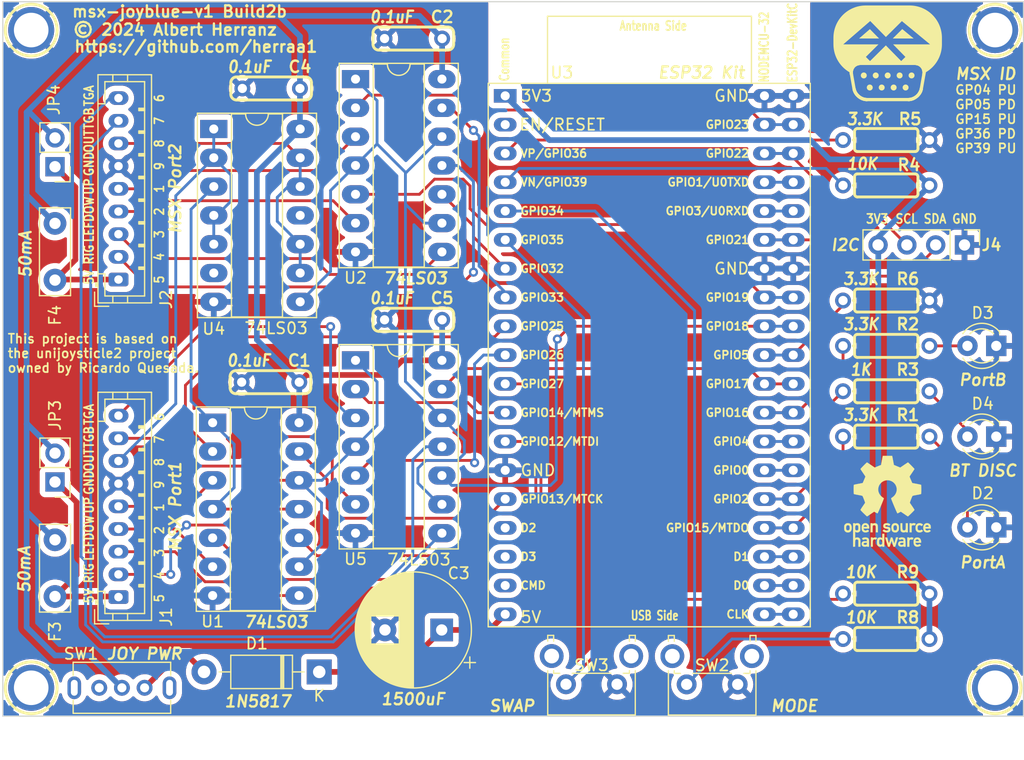
<source format=kicad_pcb>
(kicad_pcb (version 20221018) (generator pcbnew)
  (title_block (title "msx-joyblue: A Bluetooth controller adapter for MSX") (date "2024-02-23") (rev "v1 Build2b") (company "Albert Herranz"))
  (layers (0 "F.Cu" signal) (31 "B.Cu" signal) (34 "B.Paste" user) (35 "F.Paste" user) (36 "B.SilkS" user "B.Silkscreen") (37 "F.SilkS" user "F.Silkscreen") (38 "B.Mask" user) (39 "F.Mask" user) (44 "Edge.Cuts" user))
  (net 0 "")
  (net 1 "GND")
  (net 2 "/J1_PWR")
  (net 3 "/J1_RIGHT")
  (net 4 "/J1_LEFT")
  (net 5 "/J1_DOWN")
  (net 6 "/J1_UP")
  (net 7 "/J1_OUT")
  (net 8 "/J1_TRIGB")
  (net 9 "/J1_TRIGA")
  (net 10 "/J2_PWR")
  (net 11 "/J2_RIGHT")
  (net 12 "/J2_LEFT")
  (net 13 "/J2_DOWN")
  (net 14 "/J2_UP")
  (net 15 "/J2_OUT")
  (net 16 "/J2_TRIGB")
  (net 17 "/J2_TRIGA")
  (net 18 "GPIO_J1_UP")
  (net 19 "GPIO_J1_DOWN")
  (net 20 "GPIO_J1_LEFT")
  (net 21 "GPIO_J1_RIGHT")
  (net 22 "GPIO_J1_TRIGA")
  (net 23 "GPIO_J1_TRIGB")
  (net 24 "GPIO_J2_UP")
  (net 25 "GPIO_J2_DOWN")
  (net 26 "GPIO_J2_LEFT")
  (net 27 "GPIO_J2_RIGHT")
  (net 28 "GPIO_J2_TRIGA")
  (net 29 "GPIO_J2_TRIGB")
  (net 31 "I2C_SDA")
  (net 35 "/JOY_5V")
  (net 36 "unconnected-(U3-SD_CLK{slash}GPIO6-Pad20)")
  (net 37 "unconnected-(U3-SD_DATA0{slash}GPIO7-Pad21)")
  (net 38 "unconnected-(U3-SD_DATA1{slash}GPIO8-Pad22)")
  (net 39 "unconnected-(U3-GPIO0{slash}BOOT{slash}ADC2_CH1-Pad25)")
  (net 40 "unconnected-(U3-U0RXD{slash}GPIO3-Pad34)")
  (net 41 "unconnected-(U3-U0TXD{slash}GPIO1-Pad35)")
  (net 42 "I2C_SCL")
  (net 43 "/EXT_5V")
  (net 44 "/JOY_EXT_5V")
  (net 46 "GPIO_BOOTSTRAP_15_LED_J1")
  (net 47 "GPIO_LED_J2")
  (net 48 "GPIO_BOOTSTRAP_04")
  (net 49 "GPIO_LED_BT")
  (net 50 "GPIO_SWITCH_USER2")
  (net 51 "GPIO_SWITCH_USER1")
  (net 52 "GPIO_39")
  (net 53 "GPIO_36")
  (net 54 "Net-(D2-A)")
  (net 55 "Net-(D3-A)")
  (net 56 "Net-(D4-A)")
  (net 57 "+3V3")
  (net 58 "GPIO_BOOTSTRAP_05")
  (net 59 "/~{J1_OUT_1}")
  (net 61 "/~{J2_OUT_1}")
  (footprint "Capacitor_THT:C_Disc_D7.5mm_W2.5mm_P5.00mm" (layer "F.Cu") (at 103.8 126.9 90)
    (fp_text reference "F3")
    (fp_text value "50mA")
  )
  (footprint "My_Components:Res_762" (layer "F.Cu") (at 177.1 126.65 180)
    (fp_text reference "R9")
    (fp_text value "10K")
  )
  (footprint "My_Components:Hole_3mm" (layer "F.Cu") (at 101.7 134.95)
    (fp_text reference "HOLE2" hide)
    (fp_text value "HOLE" hide)
  )
  (footprint "My_Components:Hole_3mm" (layer "F.Cu") (at 186.7 76.95)
    (fp_text reference "HOLE3" hide)
    (fp_text value "HOLE" hide)
  )
  (footprint "Capacitor_THT:C_Disc_D7.5mm_W2.5mm_P5.00mm" (layer "F.Cu") (at 103.8 99 90)
    (fp_text reference "F4")
    (fp_text value "50mA")
  )
  (footprint "Connector_PinHeader_2.54mm:PinHeader_1x02_P2.54mm_Vertical" (layer "F.Cu") (at 103.8 116.8 180)
    (fp_text reference "JP3")
    (fp_text value "J1 Fuse Bypass" hide)
  )
  (footprint "Symbol:OSHW-Logo_7.5x8mm_SilkScreen" (layer "F.Cu") (at 177.2 118.5)
    (fp_text reference "SYM1" hide)
    (fp_text value "Logo_Open_Hardware_Large" hide)
  )
  (footprint "Connector_PinHeader_2.54mm:PinHeader_1x04_P2.54mm_Vertical" (layer "F.Cu") (at 184 95.9 -90)
    (fp_text reference "J4")
    (fp_text value "I2C")
  )
  (footprint "Connector_JST:JST_PH_B9B-PH-K_1x09_P2.00mm_Vertical" (layer "F.Cu") (at 109.4 126.95 90)
    (fp_text reference "J1")
    (fp_text value "MSX Port1")
  )
  (footprint "My_Components:Res_762" (layer "F.Cu") (at 177.1 86.65)
    (fp_text reference "R5")
    (fp_text value "3.3K")
  )
  (footprint "Connector_PinHeader_2.54mm:PinHeader_1x02_P2.54mm_Vertical" (layer "F.Cu") (at 103.8 89 180)
    (fp_text reference "JP4")
    (fp_text value "J2 Fuse Bypass" hide)
  )
  (footprint "My_Components:Res_762" (layer "F.Cu") (at 177.1 130.65 180)
    (fp_text reference "R8")
    (fp_text value "10K")
  )
  (footprint "My_Components:X-NodeMCU-32-plus-ESP32-DevKitC" (layer "F.Cu") (at 143.5 82.75)
    (fp_text reference "U3")
    (fp_text value "ESP32 Kit")
  )
  (footprint "Button_Switch_THT:SW_Tactile_SPST_Angled_PTS645Vx39-2LFS" (layer "F.Cu") (at 153.36 134.64 180)
    (fp_text reference "SW3")
    (fp_text value "SWAP")
  )
  (footprint "My_Components:Hole_3mm" (layer "F.Cu") (at 186.7 134.95)
    (fp_text reference "HOLE4" hide)
    (fp_text value "HOLE" hide)
  )
  (footprint "Button_Switch_THT:SW_Tactile_SPST_Angled_PTS645Vx39-2LFS" (layer "F.Cu") (at 164 134.65 180)
    (fp_text reference "SW2")
    (fp_text value "MODE")
  )
  (footprint "My_Components:Hole_3mm" (layer "F.Cu") (at 101.7 76.95)
    (fp_text reference "HOLE1" hide)
    (fp_text value "HOLE" hide)
  )
  (footprint "My_Components:Res_762" (layer "F.Cu") (at 177.1 108.8 180)
    (fp_text reference "R3")
    (fp_text value "1K")
  )
  (footprint "My_Components:Res_762" (layer "F.Cu") (at 177.1 112.8 180)
    (fp_text reference "R1")
    (fp_text value "3.3K")
  )
  (footprint "Diode_THT:D_DO-41_SOD81_P10.16mm_Horizontal" (layer "F.Cu") (at 127.1 133.55 180)
    (fp_text reference "D1")
    (fp_text value "1N5817")
  )
  (footprint "My_Components:Cap_Cer_508" (layer "F.Cu") (at 137.94 77.7 180)
    (fp_text reference "C2")
    (fp_text value "0.1uF")
  )
  (footprint "Package_DIP:DIP-14_W7.62mm_Socket_LongPads" (layer "F.Cu") (at 117.7 111.575)
    (fp_text reference "U1")
    (fp_text value "74LS03")
  )
  (footprint "My_Components:Cap_Cer_508" (layer "F.Cu") (at 125.4 82.1 180)
    (fp_text reference "C4")
    (fp_text value "0.1uF")
  )
  (footprint "My_Components:Res_762" (layer "F.Cu") (at 177.1 104.8 180)
    (fp_text reference "R2")
    (fp_text value "3.3K")
  )
  (footprint "My_Components:Res_762" (layer "F.Cu") (at 177.1 100.8)
    (fp_text reference "R6")
    (fp_text value "3.3K")
  )
  (footprint "Connector_JST:JST_PH_B9B-PH-K_1x09_P2.00mm_Vertical" (layer "F.Cu") (at 109.4 98.95 90)
    (fp_text reference "J2")
    (fp_text value "MSX Port2")
  )
  (footprint "My_Components:SW_SK-12D07G6-1P2T-6mm" (layer "F.Cu") (at 107.7 134.95)
    (fp_text reference "SW1")
    (fp_text value "JOY PWR")
  )
  (footprint "My_Components:Res_762" (layer "F.Cu") (at 177.1 90.65)
    (fp_text reference "R4")
    (fp_text value "10K")
  )
  (footprint "Package_DIP:DIP-14_W7.62mm_Socket_LongPads" (layer "F.Cu") (at 117.8 85.675)
    (fp_text reference "U4")
    (fp_text value "74LS03")
  )
  (footprint "LED_THT:LED_D3.0mm" (layer "F.Cu") (at 186.8 120.8 180)
    (fp_text reference "D2")
    (fp_text value "PortA")
  )
  (footprint "Package_DIP:DIP-14_W7.62mm_Socket_LongPads" (layer "F.Cu") (at 130.3 81.275)
    (fp_text reference "U2")
    (fp_text value "74LS03")
  )
  (footprint "Package_DIP:DIP-14_W7.62mm_Socket_LongPads" (layer "F.Cu") (at 130.3 106.075)
    (fp_text reference "U5")
    (fp_text value "74LS03")
  )
  (footprint "My_Components:Cap_Cer_508" (layer "F.Cu") (at 137.94 102.5 180)
    (fp_text reference "C5")
    (fp_text value "0.1uF")
  )
  (footprint "Capacitor_THT:CP_Radial_D10.0mm_P5.00mm" (layer "F.Cu") (at 137.89936 129.85 180)
    (fp_text reference "C3")
    (fp_text value "1500uF")
  )
  (footprint "LED_THT:LED_D3.0mm" (layer "F.Cu") (at 186.8 112.8 180)
    (fp_text reference "D4")
    (fp_text value "BT DISC")
  )
  (footprint "My_Components:Cap_Cer_508" (layer "F.Cu") (at 125.34 108 180)
    (fp_text reference "C1")
    (fp_text value "0.1uF")
  )
  (footprint "LED_THT:LED_D3.0mm" (layer "F.Cu") (at 186.8 104.8 180)
    (fp_text reference "D3")
    (fp_text value "PortB")
  )
  (gr_line (start 175.057798 83.022107) (end 175.105682 83.037264) (stroke (width 0.286419)) (layer "F.SilkS"))
  (gr_line (start 174.964014 82.985554) (end 175.010551 83.00485) (stroke (width 0.286419)) (layer "F.SilkS"))
  (gr_line (start 179.806944 79.908997) (end 179.760575 79.900523) (stroke (width 0.286419)) (layer "F.SilkS"))
  (gr_line (start 174.312185 82.313382) (end 174.331304 82.35972) (stroke (width 0.286419)) (layer "F.SilkS"))
  (gr_line (start 175.203064 83.061026) (end 175.252417 83.069509) (stroke (width 0.286419)) (layer "F.SilkS"))
  (gr_line (start 174.105739 80.313412) (end 174.087205 80.352356) (stroke (width 0.286419)) (layer "F.SilkS"))
  (gr_line (start 174.739812 79.894393) (end 174.692281 79.900523) (stroke (width 0.286419)) (layer "F.SilkS"))
  (gr_line (start 179.623395 82.916044) (end 179.708244 82.860637) (stroke (width 0.286419)) (layer "F.SilkS"))
  (gr_line (start 174.400988 82.493276) (end 174.428079 82.53577) (stroke (width 0.286419)) (layer "F.SilkS"))
  (gr_line (start 174.375779 82.449729) (end 174.400988 82.493276) (stroke (width 0.286419)) (layer "F.SilkS"))
  (gr_line (start 179.995806 82.577149) (end 180.024711 82.53577) (stroke (width 0.286419)) (layer "F.SilkS"))
  (gr_line (start 180.051806 82.493276) (end 180.077019 82.449729) (stroke (width 0.286419)) (layer "F.SilkS"))
  (gr_line (start 179.788496 82.798551) (end 179.863565 82.730279) (stroke (width 0.286419)) (layer "F.SilkS"))
  (gr_line (start 174.838185 79.889416) (end 174.788463 79.890671) (stroke (width 0.286419)) (layer "F.SilkS"))
  (gr_line (start 180.057612 80.005654) (end 180.01937 79.984398) (stroke (width 0.286419)) (layer "F.SilkS"))
  (gr_line (start 180.347123 80.313412) (end 180.326545 80.275769) (stroke (width 0.286419)) (layer "F.SilkS"))
  (gr_line (start 180.43169 80.751255) (end 180.433923 80.703367) (stroke (width 0.286419)) (layer "F.SilkS"))
  (gr_line (start 174.056491 80.433901) (end 174.044414 80.476379) (stroke (width 0.286419)) (layer "F.SilkS"))
  (gr_line (start 180.279447 80.204631) (end 180.253029 80.171258) (stroke (width 0.286419)) (layer "F.SilkS"))
  (gr_line (start 174.323456 80.05385) (end 174.289971 80.080667) (stroke (width 0.286419)) (layer "F.SilkS"))
  (gr_line (start 174.033333 80.849027) (end 174.258204 82.120575) (stroke (width 0.286419)) (layer "F.SilkS"))
  (gr_line (start 174.289971 80.080667) (end 174.258175 80.109215) (stroke (width 0.286419)) (layer "F.SilkS"))
  (gr_line (start 174.126323 80.275769) (end 174.105739 80.313412) (stroke (width 0.286419)) (layer "F.SilkS"))
  (gr_line (start 179.614629 79.889416) (end 174.838185 79.889416) (stroke (width 0.286419)) (layer "F.SilkS"))
  (gr_poly (pts (xy 177.237485 80.739204) (xy 177.248346 80.74003) (xy 177.25905 80.741391) (xy 177.269582 80.743272) (xy 177.27993 80.74566) (xy 177.290079 80.748543) (xy 177.300016 80.751906) (xy 177.309729 80.755736) (xy 177.319203 80.760019) (xy 177.328424 80.764743) (xy 177.337381 80.769894) (xy 177.346058 80.775458) (xy 177.354444 80.781421) (xy 177.362523 80.787771) (xy 177.370284 80.794495) (xy 177.377711 80.801577) (xy 177.384793 80.809006) (xy 177.391515 80.816767) (xy 177.397864 80.824848) (xy 177.403827 80.833235) (xy 177.40939 80.841913) (xy 177.41454 80.850871) (xy 177.419263 80.860094) (xy 177.423546 80.869569) (xy 177.427376 80.879283) (xy 177.430738 80.889222) (xy 177.43362 80.899373) (xy 177.436009 80.909722) (xy 177.43789 80.920255) (xy 177.43925 80.93096) (xy 177.440076 80.941823) (xy 177.440354 80.952831) (xy 177.440076 80.963838) (xy 177.43925 80.974701) (xy 177.43789 80.985406) (xy 177.436009 80.99594) (xy 177.43362 81.006289) (xy 177.430738 81.01644) (xy 177.427376 81.026378) (xy 177.423546 81.036092) (xy 177.419263 81.045567) (xy 177.41454 81.05479) (xy 177.40939 81.063748) (xy 177.403827 81.072427) (xy 177.397864 81.080813) (xy 177.391515 81.088894) (xy 177.384793 81.096655) (xy 177.377711 81.104084) (xy 177.370284 81.111167) (xy 177.362523 81.11789) (xy 177.354444 81.12424) (xy 177.346058 81.130204) (xy 177.337381 81.135768) (xy 177.328424 81.140918) (xy 177.319203 81.145642) (xy 177.309729 81.149926) (xy 177.300016 81.153756) (xy 177.290079 81.157119) (xy 177.27993 81.160001) (xy 177.269582 81.16239) (xy 177.25905 81.164271) (xy 177.248346 81.165631) (xy 177.237485 81.166457) (xy 177.226479 81.166735) (xy 177.215473 81.166457) (xy 177.204611 81.165631) (xy 177.193908 81.164271) (xy 177.183376 81.16239) (xy 177.173028 81.160001) (xy 177.162879 81.157119) (xy 177.152942 81.153756) (xy 177.143229 81.149926) (xy 177.133755 81.145642) (xy 177.124533 81.140918) (xy 177.115577 81.135768) (xy 177.106899 81.130204) (xy 177.098514 81.12424) (xy 177.090435 81.11789) (xy 177.082674 81.111167) (xy 177.075247 81.104084) (xy 177.068165 81.096655) (xy 177.061443 81.088894) (xy 177.055093 81.080813) (xy 177.04913 81.072427) (xy 177.043567 81.063748) (xy 177.038418 81.05479) (xy 177.033694 81.045567) (xy 177.029411 81.036092) (xy 177.025582 81.026378) (xy 177.022219 81.01644) (xy 177.019337 81.006289) (xy 177.016949 80.99594) (xy 177.015068 80.985406) (xy 177.013708 80.974701) (xy 177.012882 80.963838) (xy 177.012604 80.952831) (xy 177.012882 80.941823) (xy 177.013708 80.93096) (xy 177.015068 80.920255) (xy 177.016949 80.909722) (xy 177.019337 80.899373) (xy 177.022219 80.889222) (xy 177.025582 80.879283) (xy 177.029411 80.869569) (xy 177.033694 80.860094) (xy 177.038418 80.850871) (xy 177.043567 80.841913) (xy 177.04913 80.833235) (xy 177.055093 80.824848) (xy 177.061443 80.816767) (xy 177.068165 80.809006) (xy 177.075247 80.801577) (xy 177.082674 80.794495) (xy 177.090435 80.787771) (xy 177.098514 80.781421) (xy 177.106899 80.775458) (xy 177.115577 80.769894) (xy 177.124533 80.764743) (xy 177.133755 80.760019) (xy 177.143229 80.755736) (xy 177.152942 80.751906) (xy 177.162879 80.748543) (xy 177.173028 80.74566) (xy 177.183376 80.743272) (xy 177.193908 80.741391) (xy 177.204611 80.74003) (xy 177.215473 80.739204) (xy 177.226479 80.738926)) (stroke (width 0.095538)) (fill solid) (layer "F.SilkS"))
  (gr_line (start 174.258204 82.120575) (end 174.268178 82.169772) (stroke (width 0.286419)) (layer "F.SilkS"))
  (gr_line (start 174.087205 80.352356) (end 174.070771 80.39254) (stroke (width 0.286419)) (layer "F.SilkS"))
  (gr_line (start 180.426893 80.799828) (end 180.43169 80.751255) (stroke (width 0.286419)) (layer "F.SilkS"))
  (gr_line (start 180.365652 80.352356) (end 180.347123 80.313412) (stroke (width 0.286419)) (layer "F.SilkS"))
  (gr_line (start 179.979646 79.965119) (end 179.938489 79.947878) (stroke (width 0.286419)) (layer "F.SilkS"))
  (gr_line (start 174.173431 80.204631) (end 174.148904 80.239488) (stroke (width 0.286419)) (layer "F.SilkS"))
  (gr_poly (pts (xy 176.184117 80.739057) (xy 176.194986 80.739884) (xy 176.205697 80.741245) (xy 176.216236 80.743128) (xy 176.226591 80.745518) (xy 176.236747 80.748402) (xy 176.246691 80.751768) (xy 176.25641 80.7556) (xy 176.265891 80.759887) (xy 176.275119 80.764614) (xy 176.284082 80.769768) (xy 176.292765 80.775336) (xy 176.301156 80.781304) (xy 176.309241 80.787658) (xy 176.317007 80.794386) (xy 176.32444 80.801473) (xy 176.331526 80.808907) (xy 176.338253 80.816674) (xy 176.344607 80.82476) (xy 176.350574 80.833152) (xy 176.356141 80.841837) (xy 176.361294 80.850801) (xy 176.36602 80.860031) (xy 176.370306 80.869512) (xy 176.374139 80.879233) (xy 176.377503 80.889178) (xy 176.380387 80.899336) (xy 176.382777 80.909692) (xy 176.384659 80.920233) (xy 176.38602 80.930945) (xy 176.386847 80.941816) (xy 176.387125 80.952831) (xy 176.386847 80.963846) (xy 176.38602 80.974716) (xy 176.384659 80.985429) (xy 176.382777 80.99597) (xy 176.380387 81.006326) (xy 176.377503 81.016483) (xy 176.374139 81.026429) (xy 176.370306 81.036149) (xy 176.36602 81.045631) (xy 176.361294 81.054861) (xy 176.356141 81.063824) (xy 176.350574 81.072509) (xy 176.344607 81.080901) (xy 176.338253 81.088988) (xy 176.331526 81.096754) (xy 176.32444 81.104188) (xy 176.317007 81.111276) (xy 176.309241 81.118003) (xy 176.301156 81.124358) (xy 176.292765 81.130326) (xy 176.284082 81.135893) (xy 176.275119 81.141048) (xy 176.265891 81.145775) (xy 176.25641 81.150061) (xy 176.246691 81.153894) (xy 176.236747 81.157259) (xy 176.226591 81.160143) (xy 176.216236 81.162534) (xy 176.205697 81.164416) (xy 176.194986 81.165777) (xy 176.184117 81.166604) (xy 176.173103 81.166882) (xy 176.16209 81.166604) (xy 176.151221 81.165777) (xy 176.14051 81.164416) (xy 176.129971 81.162534) (xy 176.119616 81.160143) (xy 176.10946 81.157259) (xy 176.099516 81.153894) (xy 176.089797 81.150061) (xy 176.080316 81.145775) (xy 176.071088 81.141048) (xy 176.062125 81.135893) (xy 176.053442 81.130326) (xy 176.045051 81.124358) (xy 176.036966 81.118003) (xy 176.0292 81.111276) (xy 176.021767 81.104188) (xy 176.014681 81.096754) (xy 176.007954 81.088988) (xy 176.0016 81.080901) (xy 175.995633 81.072509) (xy 175.990066 81.063824) (xy 175.984913 81.054861) (xy 175.980187 81.045631) (xy 175.975901 81.036149) (xy 175.972069 81.026429) (xy 175.968704 81.016483) (xy 175.96582 81.006326) (xy 175.96343 80.99597) (xy 175.961548 80.985429) (xy 175.960187 80.974716) (xy 175.95936 80.963846) (xy 175.959082 80.952831) (xy 175.95936 80.941816) (xy 175.960187 80.930945) (xy 175.961548 80.920233) (xy 175.96343 80.909692) (xy 175.96582 80.899336) (xy 175.968704 80.889178) (xy 175.972069 80.879233) (xy 175.975901 80.869512) (xy 175.980187 80.860031) (xy 175.984913 80.850801) (xy 175.990066 80.841837) (xy 175.995633 80.833152) (xy 176.0016 80.82476) (xy 176.007954 80.816674) (xy 176.014681 80.808907) (xy 176.021767 80.801473) (xy 176.0292 80.794386) (xy 176.036966 80.787658) (xy 176.045051 80.781304) (xy 176.053442 80.775336) (xy 176.062125 80.769768) (xy 176.071088 80.764614) (xy 176.080316 80.759887) (xy 176.089797 80.7556) (xy 176.099516 80.751768) (xy 176.10946 80.748402) (xy 176.119616 80.745518) (xy 176.129971 80.743128) (xy 176.14051 80.741245) (xy 176.151221 80.739884) (xy 176.16209 80.739057) (xy 176.173103 80.738779)) (stroke (width 0.095538)) (fill solid) (layer "F.SilkS"))
  (gr_poly (pts (xy 175.657352 81.803578) (xy 175.668217 81.804404) (xy 175.678925 81.805765) (xy 175.689461 81.807647) (xy 175.699811 81.810036) (xy 175.709964 81.81292) (xy 175.719905 81.816284) (xy 175.729621 81.820115) (xy 175.739098 81.8244) (xy 175.748323 81.829126) (xy 175.757282 81.834278) (xy 175.765963 81.839844) (xy 175.774351 81.845809) (xy 175.782433 81.852162) (xy 175.790197 81.858887) (xy 175.797627 81.865972) (xy 175.804711 81.873404) (xy 175.811435 81.881168) (xy 175.817787 81.889251) (xy 175.823752 81.897641) (xy 175.829317 81.906322) (xy 175.834468 81.915283) (xy 175.839193 81.92451) (xy 175.843478 81.933988) (xy 175.847309 81.943705) (xy 175.850672 81.953647) (xy 175.853555 81.963801) (xy 175.855944 81.974154) (xy 175.857826 81.984691) (xy 175.859186 81.9954) (xy 175.860012 82.006267) (xy 175.860291 82.017278) (xy 175.860012 82.028289) (xy 175.859186 82.039156) (xy 175.857826 82.049865) (xy 175.855944 82.060402) (xy 175.853555 82.070754) (xy 175.850672 82.080908) (xy 175.847309 82.090851) (xy 175.843478 82.100568) (xy 175.839193 82.110046) (xy 175.834468 82.119273) (xy 175.829317 82.128233) (xy 175.823752 82.136915) (xy 175.817787 82.145304) (xy 175.811435 82.153388) (xy 175.804711 82.161152) (xy 175.797627 82.168583) (xy 175.790197 82.175668) (xy 175.782433 82.182394) (xy 175.774351 82.188746) (xy 175.765963 82.194712) (xy 175.757282 82.200278) (xy 175.748323 82.20543) (xy 175.739098 82.210155) (xy 175.729621 82.21444) (xy 175.719905 82.218272) (xy 175.709964 82.221636) (xy 175.699811 82.224519) (xy 175.689461 82.226909) (xy 175.678925 82.22879) (xy 175.668217 82.230151) (xy 175.657352 82.230977) (xy 175.646342 82.231256) (xy 175.635333 82.230977) (xy 175.624467 82.230151) (xy 175.61376 82.22879) (xy 175.603224 82.226909) (xy 175.592873 82.224519) (xy 175.582721 82.221636) (xy 175.57278 82.218272) (xy 175.563064 82.21444) (xy 175.553587 82.210155) (xy 175.544362 82.20543) (xy 175.535402 82.200278) (xy 175.526722 82.194712) (xy 175.518334 82.188746) (xy 175.510251 82.182394) (xy 175.502488 82.175668) (xy 175.495058 82.168583) (xy 175.487974 82.161152) (xy 175.481249 82.153388) (xy 175.474898 82.145304) (xy 175.468933 82.136915) (xy 175.463368 82.128233) (xy 175.458216 82.119273) (xy 175.453492 82.110046) (xy 175.449207 82.100568) (xy 175.445376 82.090851) (xy 175.442013 82.080908) (xy 175.43913 82.070754) (xy 175.436741 82.060402) (xy 175.434859 82.049865) (xy 175.433499 82.039156) (xy 175.432672 82.028289) (xy 175.432394 82.017278) (xy 175.432672 82.006267) (xy 175.433499 81.9954) (xy 175.434859 81.984691) (xy 175.436741 81.974154) (xy 175.43913 81.963801) (xy 175.442013 81.953647) (xy 175.445376 81.943705) (xy 175.449207 81.933988) (xy 175.453492 81.92451) (xy 175.458216 81.915283) (xy 175.463368 81.906322) (xy 175.468933 81.897641) (xy 175.474898 81.889251) (xy 175.481249 81.881168) (xy 175.487974 81.873404) (xy 175.495058 81.865972) (xy 175.502488 81.858887) (xy 175.510251 81.852162) (xy 175.518334 81.845809) (xy 175.526722 81.839844) (xy 175.535402 81.834278) (xy 175.544362 81.829126) (xy 175.553587 81.8244) (xy 175.563064 81.820115) (xy 175.57278 81.816284) (xy 175.582721 81.81292) (xy 175.592873 81.810036) (xy 175.603224 81.807647) (xy 175.61376 81.805765) (xy 175.624467 81.804404) (xy 175.635333 81.803578) (xy 175.646342 81.803299)) (stroke (width 0.095538)) (fill solid) (layer "F.SilkS"))
  (gr_line (start 174.600788 79.919756) (end 174.556929 79.932736) (stroke (width 0.286419)) (layer "F.SilkS"))
  (gr_line (start 174.692281 79.900523) (end 174.645922 79.908997) (stroke (width 0.286419)) (layer "F.SilkS"))
  (gr_line (start 179.760575 79.900523) (end 179.713032 79.894393) (stroke (width 0.286419)) (layer "F.SilkS"))
  (gr_line (start 174.395283 80.005654) (end 174.358577 80.028825) (stroke (width 0.286419)) (layer "F.SilkS"))
  (gr_line (start 180.326545 80.275769) (end 180.303969 80.239488) (stroke (width 0.286419)) (layer "F.SilkS"))
  (gr_line (start 180.425751 80.564439) (end 180.418242 80.519912) (stroke (width 0.286419)) (layer "F.SilkS"))
  (gr_line (start 179.534535 82.96428) (end 179.623395 82.916044) (stroke (width 0.286419)) (layer "F.SilkS"))
  (gr_line (start 179.150725 83.075645) (end 179.200414 83.069509) (stroke (width 0.286419)) (layer "F.SilkS"))
  (gr_line (start 180.162922 80.080667) (end 180.129439 80.05385) (stroke (width 0.286419)) (layer "F.SilkS"))
  (gr_line (start 175.154128 83.050257) (end 175.203064 83.061026) (stroke (width 0.286419)) (layer "F.SilkS"))
  (gr_line (start 174.553809 82.693977) (end 174.589216 82.730279) (stroke (width 0.286419)) (layer "F.SilkS"))
  (gr_line (start 179.050611 83.080628) (end 179.100766 83.079372) (stroke (width 0.286419)) (layer "F.SilkS"))
  (gr_line (start 180.01937 79.984398) (end 179.979646 79.965119) (stroke (width 0.286419)) (layer "F.SilkS"))
  (gr_poly (pts (xy 179.344169 80.739057) (xy 179.355038 80.739884) (xy 179.365749 80.741245) (xy 179.376289 80.743128) (xy 179.386643 80.745518) (xy 179.396799 80.748402) (xy 179.406744 80.751768) (xy 179.416463 80.7556) (xy 179.425943 80.759887) (xy 179.435171 80.764614) (xy 179.444134 80.769768) (xy 179.452818 80.775336) (xy 179.461209 80.781304) (xy 179.469294 80.787658) (xy 179.477059 80.794386) (xy 179.484492 80.801473) (xy 179.491579 80.808907) (xy 179.498306 80.816674) (xy 179.504659 80.82476) (xy 179.510626 80.833152) (xy 179.516193 80.841837) (xy 179.521346 80.850801) (xy 179.526073 80.860031) (xy 179.530359 80.869512) (xy 179.534191 80.879233) (xy 179.537556 80.889178) (xy 179.54044 80.899336) (xy 179.54283 80.909692) (xy 179.544712 80.920233) (xy 179.546073 80.930945) (xy 179.546899 80.941816) (xy 179.547178 80.952831) (xy 179.546899 80.963846) (xy 179.546073 80.974716) (xy 179.544712 80.985429) (xy 179.54283 80.99597) (xy 179.54044 81.006326) (xy 179.537556 81.016483) (xy 179.534191 81.026429) (xy 179.530359 81.036149) (xy 179.526073 81.045631) (xy 179.521346 81.054861) (xy 179.516193 81.063824) (xy 179.510626 81.072509) (xy 179.504659 81.080901) (xy 179.498306 81.088988) (xy 179.491579 81.096754) (xy 179.484492 81.104188) (xy 179.477059 81.111276) (xy 179.469294 81.118003) (xy 179.461209 81.124358) (xy 179.452818 81.130326) (xy 179.444134 81.135893) (xy 179.435171 81.141048) (xy 179.425943 81.145775) (xy 179.416463 81.150061) (xy 179.406744 81.153894) (xy 179.396799 81.157259) (xy 179.386643 81.160143) (xy 179.376289 81.162534) (xy 179.365749 81.164416) (xy 179.355038 81.165777) (xy 179.344169 81.166604) (xy 179.333156 81.166882) (xy 179.322142 81.166604) (xy 179.311273 81.165777) (xy 179.300562 81.164416) (xy 179.290023 81.162534) (xy 179.279668 81.160143) (xy 179.269512 81.157259) (xy 179.259568 81.153894) (xy 179.249849 81.150061) (xy 179.240368 81.145775) (xy 179.23114 81.141048) (xy 179.222178 81.135893) (xy 179.213494 81.130326) (xy 179.205103 81.124358) (xy 179.197018 81.118003) (xy 179.189252 81.111276) (xy 179.18182 81.104188) (xy 179.174733 81.096754) (xy 179.168006 81.088988) (xy 179.161653 81.080901) (xy 179.155686 81.072509) (xy 179.150119 81.063824) (xy 179.144965 81.054861) (xy 179.140239 81.045631) (xy 179.135953 81.036149) (xy 179.132121 81.026429) (xy 179.128756 81.016483) (xy 179.125872 81.006326) (xy 179.123482 80.99597) (xy 179.1216 80.985429) (xy 179.120239 80.974716) (xy 179.119413 80.963846) (xy 179.119134 80.952831) (xy 179.119413 80.941816) (xy 179.120239 80.930945) (xy 179.1216 80.920233) (xy 179.123482 80.909692) (xy 179.125872 80.899336) (xy 179.128756 80.889178) (xy 179.132121 80.879233) (xy 179.135953 80.869512) (xy 179.140239 80.860031) (xy 179.144965 80.850801) (xy 179.150119 80.841837) (xy 179.155686 80.833152) (xy 179.161653 80.82476) (xy 179.168006 80.816674) (xy 179.174733 80.808907) (xy 179.18182 80.801473) (xy 179.189252 80.794386) (xy 179.197018 80.787658) (xy 179.205103 80.781304) (xy 179.213494 80.775336) (xy 179.222178 80.769768) (xy 179.23114 80.764614) (xy 179.240368 80.759887) (xy 179.249849 80.7556) (xy 179.259568 80.751768) (xy 179.269512 80.748402) (xy 179.279668 80.745518) (xy 179.290023 80.743128) (xy 179.300562 80.741245) (xy 179.311273 80.739884) (xy 179.322142 80.739057) (xy 179.333156 80.738779)) (stroke (width 0.095538)) (fill solid) (layer "F.SilkS"))
  (gr_poly (pts (xy 178.290685 80.739094) (xy 178.301554 80.739921) (xy 178.312265 80.741283) (xy 178.322805 80.743165) (xy 178.333159 80.745556) (xy 178.343314 80.748441) (xy 178.353258 80.751808) (xy 178.362976 80.755641) (xy 178.372455 80.759929) (xy 178.381682 80.764657) (xy 178.390643 80.769812) (xy 178.399325 80.775381) (xy 178.407714 80.781351) (xy 178.415798 80.787706) (xy 178.423561 80.794436) (xy 178.430992 80.801525) (xy 178.438077 80.80896) (xy 178.444802 80.816728) (xy 178.451153 80.824816) (xy 178.457118 80.83321) (xy 178.462683 80.841896) (xy 178.467835 80.850862) (xy 178.47256 80.860093) (xy 178.476844 80.869576) (xy 178.480675 80.879298) (xy 178.484038 80.889245) (xy 178.486921 80.899404) (xy 178.48931 80.909761) (xy 178.491191 80.920303) (xy 178.492551 80.931017) (xy 178.493377 80.941888) (xy 178.493656 80.952904) (xy 178.493377 80.963917) (xy 178.492551 80.974785) (xy 178.491191 80.985494) (xy 178.48931 80.996032) (xy 178.486921 81.006385) (xy 178.484038 81.01654) (xy 178.480675 81.026483) (xy 178.476844 81.0362) (xy 178.47256 81.045679) (xy 178.467835 81.054905) (xy 178.462683 81.063866) (xy 178.457118 81.072547) (xy 178.451153 81.080937) (xy 178.444802 81.08902) (xy 178.438077 81.096784) (xy 178.430992 81.104215) (xy 178.423561 81.111299) (xy 178.415798 81.118025) (xy 178.407714 81.124376) (xy 178.399325 81.130342) (xy 178.390643 81.135907) (xy 178.381682 81.141059) (xy 178.372455 81.145784) (xy 178.362976 81.150069) (xy 178.353258 81.1539) (xy 178.343314 81.157263) (xy 178.333159 81.160147) (xy 178.322805 81.162536) (xy 178.312265 81.164417) (xy 178.301554 81.165778) (xy 178.290685 81.166604) (xy 178.27967 81.166882) (xy 178.268673 81.166604) (xy 178.257818 81.165778) (xy 178.24712 81.164417) (xy 178.236592 81.162536) (xy 178.226248 81.160147) (xy 178.216102 81.157263) (xy 178.206166 81.1539) (xy 178.196454 81.150069) (xy 178.18698 81.145784) (xy 178.177758 81.141059) (xy 178.1688 81.135907) (xy 178.16012 81.130342) (xy 178.151732 81.124376) (xy 178.14365 81.118025) (xy 178.135886 81.111299) (xy 178.128454 81.104215) (xy 178.121369 81.096784) (xy 178.114642 81.08902) (xy 178.108289 81.080937) (xy 178.102321 81.072547) (xy 178.096754 81.063866) (xy 178.091599 81.054905) (xy 178.086872 81.045679) (xy 178.082585 81.0362) (xy 178.078751 81.026483) (xy 178.075385 81.01654) (xy 178.0725 81.006385) (xy 178.070109 80.996032) (xy 178.068226 80.985494) (xy 178.066864 80.974785) (xy 178.066037 80.963917) (xy 178.065759 80.952904) (xy 178.066037 80.941888) (xy 178.066864 80.931017) (xy 178.068226 80.920303) (xy 178.070109 80.909761) (xy 178.0725 80.899404) (xy 178.075385 80.889245) (xy 178.078751 80.879298) (xy 178.082585 80.869576) (xy 178.086872 80.860093) (xy 178.091599 80.850862) (xy 178.096754 80.841897) (xy 178.102321 80.83321) (xy 178.108289 80.824816) (xy 178.114642 80.816729) (xy 178.121369 80.80896) (xy 178.128454 80.801525) (xy 178.135886 80.794436) (xy 178.14365 80.787707) (xy 178.151732 80.781351) (xy 178.16012 80.775381) (xy 178.1688 80.769812) (xy 178.177758 80.764657) (xy 178.18698 80.759929) (xy 178.196454 80.755641) (xy 178.206166 80.751808) (xy 178.216102 80.748441) (xy 178.226248 80.745556) (xy 178.236592 80.743165) (xy 178.24712 80.741283) (xy 178.257818 80.739921) (xy 178.268673 80.739094) (xy 178.27967 80.738815)) (stroke (width 0.095538)) (fill solid) (layer "F.SilkS"))
  (gr_line (start 180.194646 82.120575) (end 180.41948 80.849027) (stroke (width 0.286419)) (layer "F.SilkS"))
  (gr_line (start 174.428079 82.53577) (end 174.45698 82.577149) (stroke (width 0.286419)) (layer "F.SilkS"))
  (gr_line (start 174.91826 82.96428) (end 174.964014 82.985554) (stroke (width 0.286419)) (layer "F.SilkS"))
  (gr_line (start 174.295242 82.266237) (end 174.312185 82.313382) (stroke (width 0.286419)) (layer "F.SilkS"))
  (gr_line (start 174.519919 82.656314) (end 174.553809 82.693977) (stroke (width 0.286419)) (layer "F.SilkS"))
  (gr_poly (pts (xy 178.817583 81.803541) (xy 178.828442 81.804367) (xy 178.839142 81.805728) (xy 178.849671 81.807609) (xy 178.860015 81.809998) (xy 178.870161 81.812881) (xy 178.880094 81.816244) (xy 178.889803 81.820075) (xy 178.899272 81.824359) (xy 178.90849 81.829084) (xy 178.917441 81.834235) (xy 178.926114 81.839799) (xy 178.934495 81.845764) (xy 178.94257 81.852114) (xy 178.950325 81.858838) (xy 178.957748 81.865921) (xy 178.964825 81.87335) (xy 178.971543 81.881112) (xy 178.977888 81.889193) (xy 178.983846 81.89758) (xy 178.989405 81.906259) (xy 178.994551 81.915216) (xy 178.999271 81.924439) (xy 179.00355 81.933914) (xy 179.007376 81.943628) (xy 179.010736 81.953566) (xy 179.013616 81.963716) (xy 179.016002 81.974064) (xy 179.017881 81.984596) (xy 179.01924 81.9953) (xy 179.020065 82.006162) (xy 179.020343 82.017167) (xy 179.020065 82.028177) (xy 179.01924 82.039041) (xy 179.017881 82.049748) (xy 179.016002 82.060283) (xy 179.013616 82.070634) (xy 179.010736 82.080786) (xy 179.007376 82.090726) (xy 179.00355 82.100442) (xy 178.999271 82.109918) (xy 178.994551 82.119143) (xy 178.989405 82.128102) (xy 178.983846 82.136782) (xy 178.977888 82.14517) (xy 178.971543 82.153252) (xy 178.964825 82.161015) (xy 178.957748 82.168445) (xy 178.950325 82.175529) (xy 178.94257 82.182254) (xy 178.934495 82.188605) (xy 178.926114 82.19457) (xy 178.917441 82.200135) (xy 178.90849 82.205286) (xy 178.899272 82.210011) (xy 178.889803 82.214295) (xy 178.880094 82.218126) (xy 178.870161 82.22149) (xy 178.860015 82.224373) (xy 178.849671 82.226762) (xy 178.839142 82.228643) (xy 178.828442 82.230004) (xy 178.817583 82.23083) (xy 178.806579 82.231108) (xy 178.795558 82.23083) (xy 178.784684 82.230004) (xy 178.773969 82.228643) (xy 178.763427 82.226762) (xy 178.753071 82.224373) (xy 178.742914 82.22149) (xy 178.732971 82.218126) (xy 178.723254 82.214295) (xy 178.713776 82.210011) (xy 178.704552 82.205286) (xy 178.695594 82.200135) (xy 178.686915 82.19457) (xy 178.67853 82.188605) (xy 178.670451 82.182254) (xy 178.662692 82.175529) (xy 178.655266 82.168445) (xy 178.648187 82.161015) (xy 178.641467 82.153252) (xy 178.635121 82.14517) (xy 178.629162 82.136782) (xy 178.623602 82.128102) (xy 178.618456 82.119143) (xy 178.613736 82.109918) (xy 178.609457 82.100442) (xy 178.605631 82.090726) (xy 178.602271 82.080786) (xy 178.599392 82.070634) (xy 178.597007 82.060283) (xy 178.595128 82.049748) (xy 178.59377 82.039041) (xy 178.592945 82.028177) (xy 178.592667 82.017167) (xy 178.592945 82.006165) (xy 178.59377 81.995306) (xy 178.595129 81.984605) (xy 178.597008 81.974074) (xy 178.599395 81.963728) (xy 178.602275 81.95358) (xy 178.605635 81.943642) (xy 178.609462 81.93393) (xy 178.613743 81.924456) (xy 178.618463 81.915233) (xy 178.623611 81.906275) (xy 178.629171 81.897596) (xy 178.635132 81.889209) (xy 178.641479 81.881128) (xy 178.6482 81.873365) (xy 178.65528 81.865935) (xy 178.662707 81.858851) (xy 178.670466 81.852126) (xy 178.678546 81.845775) (xy 178.686931 81.839809) (xy 178.69561 81.834243) (xy 178.704568 81.829091) (xy 178.713792 81.824366) (xy 178.723269 81.82008) (xy 178.732986 81.816249) (xy 178.742928 81.812884) (xy 178.753083 81.81) (xy 178.763437 81.807611) (xy 178.773977 81.805729) (xy 178.78469 81.804367) (xy 178.795561 81.803541) (xy 178.806579 81.803262)) (stroke (width 0.095538)) (fill solid) (layer "F.SilkS"))
  (gr_line (start 174.034592 80.519912) (end 174.027078 80.564439) (stroke (width 0.286419)) (layer "F.SilkS"))
  (gr_line (start 174.703801 82.830398) (end 174.74454 82.860637) (stroke (width 0.286419)) (layer "F.SilkS"))
  (gr_poly (pts (xy 179.518329 77.693461) (xy 177.675485 77.693461) (xy 178.511997 76.862397)) (fill solid) (layer "F.SilkS"))
  (gr_line (start 174.873362 82.941089) (end 174.91826 82.96428) (stroke (width 0.286419)) (layer "F.SilkS"))
  (gr_line (start 180.396354 80.433901) (end 180.382079 80.39254) (stroke (width 0.286419)) (layer "F.SilkS"))
  (gr_line (start 180.408426 80.476379) (end 180.396354 80.433901) (stroke (width 0.286419)) (layer "F.SilkS"))
  (gr_line (start 179.100766 83.079372) (end 179.150725 83.075645) (stroke (width 0.286419)) (layer "F.SilkS"))
  (gr_line (start 174.021125 80.751255) (end 174.025921 80.799828) (stroke (width 0.286419)) (layer "F.SilkS"))
  (gr_line (start 174.148904 80.239488) (end 174.126323 80.275769) (stroke (width 0.286419)) (layer "F.SilkS"))
  (gr_poly (pts (xy 177.763955 81.803578) (xy 177.774821 81.804404) (xy 177.785528 81.805765) (xy 177.796064 81.807647) (xy 177.806415 81.810036) (xy 177.816567 81.81292) (xy 177.826508 81.816284) (xy 177.836224 81.820115) (xy 177.845701 81.8244) (xy 177.854926 81.829126) (xy 177.863886 81.834278) (xy 177.872566 81.839844) (xy 177.880955 81.845809) (xy 177.889037 81.852162) (xy 177.8968 81.858887) (xy 177.90423 81.865972) (xy 177.911314 81.873404) (xy 177.918039 81.881168) (xy 177.92439 81.889251) (xy 177.930355 81.897641) (xy 177.93592 81.906322) (xy 177.941072 81.915283) (xy 177.945797 81.92451) (xy 177.950081 81.933988) (xy 177.953912 81.943705) (xy 177.957275 81.953647) (xy 177.960158 81.963801) (xy 177.962547 81.974154) (xy 177.964429 81.984691) (xy 177.96579 81.9954) (xy 177.966616 82.006267) (xy 177.966894 82.017278) (xy 177.966616 82.028289) (xy 177.96579 82.039156) (xy 177.964429 82.049865) (xy 177.962547 82.060402) (xy 177.960158 82.070754) (xy 177.957275 82.080908) (xy 177.953912 82.090851) (xy 177.950081 82.100568) (xy 177.945797 82.110046) (xy 177.941072 82.119273) (xy 177.93592 82.128233) (xy 177.930355 82.136915) (xy 177.92439 82.145304) (xy 177.918039 82.153388) (xy 177.911314 82.161152) (xy 177.90423 82.168583) (xy 177.8968 82.175668) (xy 177.889037 82.182394) (xy 177.880955 82.188746) (xy 177.872566 82.194712) (xy 177.863886 82.200278) (xy 177.854926 82.20543) (xy 177.845701 82.210155) (xy 177.836224 82.21444) (xy 177.826508 82.218272) (xy 177.816567 82.221636) (xy 177.806415 82.224519) (xy 177.796064 82.226909) (xy 177.785528 82.22879) (xy 177.774821 82.230151) (xy 177.763955 82.230977) (xy 177.752946 82.231256) (xy 177.741936 82.230977) (xy 177.731071 82.230151) (xy 177.720363 82.22879) (xy 177.709828 82.226909) (xy 177.699477 82.224519) (xy 177.689324 82.221636) (xy 177.679383 82.218272) (xy 177.669667 82.21444) (xy 177.66019 82.210155) (xy 177.650965 82.20543) (xy 177.642006 82.200278) (xy 177.633325 82.194712) (xy 177.624937 82.188746) (xy 177.616855 82.182394) (xy 177.609092 82.175668) (xy 177.601661 82.168583) (xy 177.594577 82.161152) (xy 177.587853 82.153388) (xy 177.581501 82.145304) (xy 177.575536 82.136915) (xy 177.569971 82.128233) (xy 177.56482 82.119273) (xy 177.560095 82.110046) (xy 177.55581 82.100568) (xy 177.55198 82.090851) (xy 177.548616 82.080908) (xy 177.545733 82.070754) (xy 177.543344 82.060402) (xy 177.541463 82.049865) (xy 177.540102 82.039156) (xy 177.539276 82.028289) (xy 177.538997 82.017278) (xy 177.539276 82.006267) (xy 177.540102 81.9954) (xy 177.541463 81.984691) (xy 177.543344 81.974154) (xy 177.545733 81.963801) (xy 177.548616 81.953647) (xy 177.55198 81.943705) (xy 177.55581 81.933988) (xy 177.560095 81.92451) (xy 177.56482 81.915283) (xy 177.569971 81.906322) (xy 177.575536 81.897641) (xy 177.581501 81.889251) (xy 177.587853 81.881168) (xy 177.594577 81.873404) (xy 177.601661 81.865972) (xy 177.609092 81.858887) (xy 177.616855 81.852162) (xy 177.624937 81.845809) (xy 177.633325 81.839844) (xy 177.642006 81.834278) (xy 177.650965 81.829126) (xy 177.66019 81.8244) (xy 177.669667 81.820115) (xy 177.679383 81.816284) (xy 177.689324 81.81292) (xy 177.699477 81.810036) (xy 177.709828 81.807647) (xy 177.720363 81.805765) (xy 177.731071 81.804404) (xy 177.741936 81.803578) (xy 177.752946 81.803299)) (stroke (width 0.095538)) (fill solid) (layer "F.SilkS"))
  (gr_line (start 179.938489 79.947878) (end 179.895953 79.932736) (stroke (width 0.286419)) (layer "F.SilkS"))
  (gr_line (start 180.024711 82.53577) (end 180.051806 82.493276) (stroke (width 0.286419)) (layer "F.SilkS"))
  (gr_line (start 174.018895 80.703367) (end 174.021125 80.751255) (stroke (width 0.286419)) (layer "F.SilkS"))
  (gr_line (start 174.788463 79.890671) (end 174.739812 79.894393) (stroke (width 0.286419)) (layer "F.SilkS"))
  (gr_line (start 179.442252 83.00485) (end 179.488785 82.985554) (stroke (width 0.286419)) (layer "F.SilkS"))
  (gr_line (start 179.39501 83.022107) (end 179.442252 83.00485) (stroke (width 0.286419)) (layer "F.SilkS"))
  (gr_line (start 180.433643 80.656228) (end 180.430902 80.609898) (stroke (width 0.286419)) (layer "F.SilkS"))
  (gr_line (start 179.708244 82.860637) (end 179.788496 82.798551) (stroke (width 0.286419)) (layer "F.SilkS"))
  (gr_line (start 179.347132 83.037264) (end 179.39501 83.022107) (stroke (width 0.286419)) (layer "F.SilkS"))
  (gr_line (start 174.626066 82.765157) (end 174.664285 82.798551) (stroke (width 0.286419)) (layer "F.SilkS"))
  (gr_line (start 180.433923 80.703367) (end 180.433643 80.656228) (stroke (width 0.286419)) (layer "F.SilkS"))
  (gr_line (start 180.100276 82.40519) (end 180.121505 82.35972) (stroke (width 0.286419)) (layer "F.SilkS"))
  (gr_line (start 174.021923 80.609898) (end 174.019178 80.656228) (stroke (width 0.286419)) (layer "F.SilkS"))
  (gr_poly (pts (xy 175.130521 80.739057) (xy 175.14139 80.739884) (xy 175.152101 80.741245) (xy 175.162641 80.743128) (xy 175.172995 80.745518) (xy 175.183151 80.748402) (xy 175.193096 80.751768) (xy 175.202815 80.7556) (xy 175.212295 80.759887) (xy 175.221523 80.764614) (xy 175.230486 80.769768) (xy 175.239169 80.775336) (xy 175.24756 80.781304) (xy 175.255646 80.787658) (xy 175.263411 80.794386) (xy 175.270844 80.801473) (xy 175.277931 80.808907) (xy 175.284657 80.816674) (xy 175.291011 80.82476) (xy 175.296978 80.833152) (xy 175.302545 80.841837) (xy 175.307698 80.850801) (xy 175.312425 80.860031) (xy 175.316711 80.869512) (xy 175.320543 80.879233) (xy 175.323908 80.889178) (xy 175.326792 80.899336) (xy 175.329181 80.909692) (xy 175.331064 80.920233) (xy 175.332425 80.930945) (xy 175.333251 80.941816) (xy 175.33353 80.952831) (xy 175.333251 80.963846) (xy 175.332425 80.974716) (xy 175.331064 80.985429) (xy 175.329181 80.99597) (xy 175.326792 81.006326) (xy 175.323908 81.016483) (xy 175.320543 81.026429) (xy 175.316711 81.036149) (xy 175.312425 81.045631) (xy 175.307698 81.054861) (xy 175.302545 81.063824) (xy 175.296978 81.072509) (xy 175.291011 81.080901) (xy 175.284657 81.088988) (xy 175.277931 81.096754) (xy 175.270844 81.104188) (xy 175.263411 81.111276) (xy 175.255646 81.118003) (xy 175.24756 81.124358) (xy 175.239169 81.130326) (xy 175.230486 81.135893) (xy 175.221523 81.141048) (xy 175.212295 81.145775) (xy 175.202815 81.150061) (xy 175.193096 81.153894) (xy 175.183151 81.157259) (xy 175.172995 81.160143) (xy 175.162641 81.162534) (xy 175.152101 81.164416) (xy 175.14139 81.165777) (xy 175.130521 81.166604) (xy 175.119508 81.166882) (xy 175.108494 81.166604) (xy 175.097625 81.165777) (xy 175.086914 81.164416) (xy 175.076375 81.162534) (xy 175.06602 81.160143) (xy 175.055864 81.157259) (xy 175.04592 81.153894) (xy 175.036201 81.150061) (xy 175.02672 81.145775) (xy 175.017492 81.141048) (xy 175.00853 81.135893) (xy 174.999846 81.130326) (xy 174.991455 81.124358) (xy 174.98337 81.118003) (xy 174.975604 81.111276) (xy 174.968171 81.104188) (xy 174.961085 81.096754) (xy 174.954358 81.088988) (xy 174.948004 81.080901) (xy 174.942037 81.072509) (xy 174.93647 81.063824) (xy 174.931317 81.054861) (xy 174.926591 81.045631) (xy 174.922305 81.036149) (xy 174.918472 81.026429) (xy 174.915108 81.016483) (xy 174.912224 81.006326) (xy 174.909834 80.99597) (xy 174.907952 80.985429) (xy 174.906591 80.974716) (xy 174.905764 80.963846) (xy 174.905486 80.952831) (xy 174.905764 80.941816) (xy 174.906591 80.930945) (xy 174.907952 80.920233) (xy 174.909834 80.909692) (xy 174.912224 80.899336) (xy 174.915108 80.889178) (xy 174.918472 80.879233) (xy 174.922305 80.869512) (xy 174.926591 80.860031) (xy 174.931317 80.850801) (xy 174.93647 80.841837) (xy 174.942037 80.833152) (xy 174.948004 80.82476) (xy 174.954358 80.816674) (xy 174.961085 80.808907) (xy 174.968171 80.801473) (xy 174.975604 80.794386) (xy 174.98337 80.787658) (xy 174.991455 80.781304) (xy 174.999846 80.775336) (xy 175.00853 80.769768) (xy 175.017492 80.764614) (xy 175.02672 80.759887) (xy 175.036201 80.7556) (xy 175.04592 80.751768) (xy 175.055864 80.748402) (xy 175.06602 80.745518) (xy 175.076375 80.743128) (xy 175.086914 80.741245) (xy 175.097625 80.739884) (xy 175.108494 80.739057) (xy 175.119508 80.738779)) (stroke (width 0.095538)) (fill solid) (layer "F.SilkS"))
  (gr_line (start 174.433523 79.984398) (end 174.395283 80.005654) (stroke (width 0.286419)) (layer "F.SilkS"))
  (gr_line (start 180.253029 80.171258) (end 180.224768 80.139433) (stroke (width 0.286419)) (layer "F.SilkS"))
  (gr_line (start 179.200414 83.069509) (end 179.24976 83.061026) (stroke (width 0.286419)) (layer "F.SilkS"))
  (gr_poly (pts (xy 176.710801 81.803578) (xy 176.721666 81.804404) (xy 176.732373 81.805765) (xy 176.742909 81.807647) (xy 176.75326 81.810036) (xy 176.763413 81.81292) (xy 176.773354 81.816284) (xy 176.78307 81.820115) (xy 176.792547 81.8244) (xy 176.801772 81.829126) (xy 176.810731 81.834278) (xy 176.819412 81.839844) (xy 176.8278 81.845809) (xy 176.835882 81.852162) (xy 176.843645 81.858887) (xy 176.851076 81.865972) (xy 176.85816 81.873404) (xy 176.864884 81.881168) (xy 176.871236 81.889251) (xy 176.877201 81.897641) (xy 176.882766 81.906322) (xy 176.887917 81.915283) (xy 176.892642 81.92451) (xy 176.896926 81.933988) (xy 176.900757 81.943705) (xy 176.904121 81.953647) (xy 176.907004 81.963801) (xy 176.909393 81.974154) (xy 176.911274 81.984691) (xy 176.912635 81.9954) (xy 176.913461 82.006267) (xy 176.91374 82.017278) (xy 176.913461 82.028289) (xy 176.912635 82.039156) (xy 176.911274 82.049865) (xy 176.909393 82.060402) (xy 176.907004 82.070754) (xy 176.904121 82.080908) (xy 176.900757 82.090851) (xy 176.896926 82.100568) (xy 176.892642 82.110046) (xy 176.887917 82.119273) (xy 176.882766 82.128233) (xy 176.877201 82.136915) (xy 176.871236 82.145304) (xy 176.864884 82.153388) (xy 176.85816 82.161152) (xy 176.851076 82.168583) (xy 176.843645 82.175668) (xy 176.835882 82.182394) (xy 176.8278 82.188746) (xy 176.819412 82.194712) (xy 176.810731 82.200278) (xy 176.801772 82.20543) (xy 176.792547 82.210155) (xy 176.78307 82.21444) (xy 176.773354 82.218272) (xy 176.763413 82.221636) (xy 176.75326 82.224519) (xy 176.742909 82.226909) (xy 176.732373 82.22879) (xy 176.721666 82.230151) (xy 176.710801 82.230977) (xy 176.699791 82.231256) (xy 176.688781 82.230977) (xy 176.677916 82.230151) (xy 176.667209 82.22879) (xy 176.656673 82.226909) (xy 176.646322 82.224519) (xy 176.636169 82.221636) (xy 176.626229 82.218272) (xy 176.616513 82.21444) (xy 176.607036 82.210155) (xy 176.597811 82.20543) (xy 176.588851 82.200278) (xy 176.580171 82.194712) (xy 176.571782 82.188746) (xy 176.5637 82.182394) (xy 176.555937 82.175668) (xy 176.548507 82.168583) (xy 176.541423 82.161152) (xy 176.534698 82.153388) (xy 176.528347 82.145304) (xy 176.522382 82.136915) (xy 176.516817 82.128233) (xy 176.511665 82.119273) (xy 176.50694 82.110046) (xy 176.502656 82.100568) (xy 176.498825 82.090851) (xy 176.495461 82.080908) (xy 176.492578 82.070754) (xy 176.490189 82.060402) (xy 176.488308 82.049865) (xy 176.486947 82.039156) (xy 176.486121 82.028289) (xy 176.485843 82.017278) (xy 176.486121 82.006267) (xy 176.486947 81.9954) (xy 176.488308 81.984691) (xy 176.490189 81.974154) (xy 176.492578 81.963801) (xy 176.495461 81.953647) (xy 176.498825 81.943705) (xy 176.502656 81.933988) (xy 176.50694 81.92451) (xy 176.511665 81.915283) (xy 176.516817 81.906322) (xy 176.522382 81.897641) (xy 176.528347 81.889251) (xy 176.534698 81.881168) (xy 176.541423 81.873404) (xy 176.548507 81.865972) (xy 176.555937 81.858887) (xy 176.5637 81.852162) (xy 176.571782 81.845809) (xy 176.580171 81.839844) (xy 176.588851 81.834278) (xy 176.597811 81.829126) (xy 176.607036 81.8244) (xy 176.616513 81.820115) (xy 176.626229 81.816284) (xy 176.636169 81.81292) (xy 176.646322 81.810036) (xy 176.656673 81.807647) (xy 176.667209 81.805765) (xy 176.677916 81.804404) (xy 176.688781 81.803578) (xy 176.699791 81.803299)) (stroke (width 0.095538)) (fill solid) (layer "F.SilkS"))
  (gr_line (start 180.157581 82.266237) (end 180.172283 82.218346) (stroke (width 0.286419)) (layer "F.SilkS"))
  (gr_line (start 174.070771 80.39254) (end 174.056491 80.433901) (stroke (width 0.286419)) (layer "F.SilkS"))
  (gr_line (start 174.473245 79.965119) (end 174.433523 79.984398) (stroke (width 0.286419)) (layer "F.SilkS"))
  (gr_line (start 179.852087 79.919756) (end 179.806944 79.908997) (stroke (width 0.286419)) (layer "F.SilkS"))
  (gr_line (start 174.027078 80.564439) (end 174.021923 80.609898) (stroke (width 0.286419)) (layer "F.SilkS"))
  (gr_line (start 180.184662 82.169772) (end 180.194646 82.120575) (stroke (width 0.286419)) (layer "F.SilkS"))
  (gr_line (start 175.010551 83.00485) (end 175.057798 83.022107) (stroke (width 0.286419)) (layer "F.SilkS"))
  (gr_poly (pts (xy 179.304882 74.785616) (xy 179.450131 74.796593) (xy 179.593222 74.814671) (xy 179.733977 74.839675) (xy 179.872221 74.871428) (xy 180.007777 74.909753) (xy 180.140468 74.954474) (xy 180.270118 75.005414) (xy 180.39655 75.062397) (xy 180.519588 75.125245) (xy 180.639054 75.193784) (xy 180.754774 75.267835) (xy 180.866569 75.347222) (xy 180.974264 75.431769) (xy 181.077682 75.5213) (xy 181.176646 75.615637) (xy 181.27098 75.714604) (xy 181.360508 75.818025) (xy 181.445052 75.925722) (xy 181.524437 76.03752) (xy 181.598485 76.153242) (xy 181.66702 76.272712) (xy 181.729867 76.395752) (xy 181.786847 76.522186) (xy 181.837785 76.651838) (xy 181.882504 76.784531) (xy 181.920827 76.920088) (xy 181.952579 77.058334) (xy 181.977582 77.19909) (xy 181.995659 77.342182) (xy 182.006636 77.487432) (xy 182.010333 77.634663) (xy 182.010333 78.203233) (xy 182.008464 78.307972) (xy 182.002899 78.411737) (xy 181.993701 78.514464) (xy 181.980934 78.616091) (xy 181.96466 78.716553) (xy 181.944943 78.815789) (xy 181.921846 78.913735) (xy 181.895433 79.010327) (xy 181.865766 79.105503) (xy 181.83291 79.1992) (xy 181.796926 79.291354) (xy 181.757879 79.381902) (xy 181.715832 79.470782) (xy 181.670847 79.557929) (xy 181.622989 79.643281) (xy 181.57232 79.726775) (xy 181.518903 79.808347) (xy 181.462803 79.887935) (xy 181.404082 79.965475) (xy 181.342803 80.040904) (xy 181.27903 80.114159) (xy 181.212825 80.185176) (xy 181.144253 80.253894) (xy 181.073376 80.320248) (xy 181.000258 80.384175) (xy 180.924962 80.445613) (xy 180.84755 80.504498) (xy 180.768087 80.560767) (xy 180.686636 80.614356) (xy 180.60326 80.665203) (xy 180.518021 80.713245) (xy 180.430984 80.758419) (xy 180.43351 80.713186) (xy 180.433797 80.668605) (xy 180.431888 80.624728) (xy 180.427827 80.581606) (xy 180.421656 80.539291) (xy 180.413418 80.497833) (xy 180.403157 80.457285) (xy 180.390915 80.417697) (xy 180.376735 80.379122) (xy 180.360661 80.341609) (xy 180.342735 80.305212) (xy 180.323 80.269981) (xy 180.301499 80.235967) (xy 180.278275 80.203222) (xy 180.253372 80.171798) (xy 180.226831 80.141746) (xy 180.198697 80.113116) (xy 180.169011 80.085962) (xy 180.137818 80.060333) (xy 180.10516 80.036281) (xy 180.07108 80.013859) (xy 180.03562 79.993116) (xy 179.998825 79.974105) (xy 179.960736 79.956878) (xy 179.921398 79.941484) (xy 179.880852 79.927976) (xy 179.839142 79.916405) (xy 179.796312 79.906823) (xy 179.752402 79.899281) (xy 179.707458 79.89383) (xy 179.661521 79.890521) (xy 179.614635 79.889407) (xy 174.838206 79.889407) (xy 174.791336 79.890521) (xy 174.745412 79.89383) (xy 174.700479 79.899281) (xy 174.656578 79.906823) (xy 174.613755 79.916405) (xy 174.57205 79.927976) (xy 174.531508 79.941484) (xy 174.492172 79.956878) (xy 174.454084 79.974106) (xy 174.417288 79.993116) (xy 174.381827 80.013859) (xy 174.347744 80.036282) (xy 174.315082 80.060333) (xy 174.283884 80.085962) (xy 174.254193 80.113116) (xy 174.226052 80.141746) (xy 174.199505 80.171798) (xy 174.174594 80.203222) (xy 174.151363 80.235967) (xy 174.129854 80.269981) (xy 174.110111 80.305212) (xy 174.092177 80.341609) (xy 174.076094 80.379122) (xy 174.061907 80.417697) (xy 174.049657 80.457285) (xy 174.039389 80.497833) (xy 174.031145 80.539291) (xy 174.024968 80.581606) (xy 174.020901 80.624728) (xy 174.018988 80.668605) (xy 174.019272 80.713186) (xy 174.021795 80.758419) (xy 173.849518 80.665203) (xy 173.68469 80.560765) (xy 173.527815 80.445611) (xy 173.3794 80.320245) (xy 173.239951 80.185173) (xy 173.109974 80.040899) (xy 172.989974 79.88793) (xy 172.880457 79.72677) (xy 172.78193 79.557924) (xy 172.694899 79.381897) (xy 172.619869 79.199195) (xy 172.557346 79.010323) (xy 172.507836 78.815785) (xy 172.471846 78.616088) (xy 172.449881 78.411735) (xy 172.442797 78.213065) (xy 173.308452 78.213065) (xy 176.4153 78.213065) (xy 175.303269 79.317833) (xy 175.669459 79.686464) (xy 177.063207 78.301795) (xy 178.418258 79.684021) (xy 178.789269 79.320274) (xy 177.703788 78.213065) (xy 180.963424 78.213065) (xy 178.479811 76.161954) (xy 177.068029 77.564532) (xy 175.687242 76.156067) (xy 173.308452 78.213065) (xy 172.442797 78.213065) (xy 172.442447 78.203233) (xy 172.442447 77.634663) (xy 172.446145 77.487432) (xy 172.457121 77.342182) (xy 172.4752 77.19909) (xy 172.500204 77.058334) (xy 172.531957 76.920088) (xy 172.570282 76.784531) (xy 172.615003 76.651838) (xy 172.665943 76.522186) (xy 172.722925 76.395752) (xy 172.785774 76.272712) (xy 172.854312 76.153242) (xy 172.928363 76.03752) (xy 173.00775 75.925722) (xy 173.092297 75.818025) (xy 173.181828 75.714604) (xy 173.276165 75.615637) (xy 173.375132 75.5213) (xy 173.478553 75.431769) (xy 173.586251 75.347222) (xy 173.698049 75.267835) (xy 173.813771 75.193784) (xy 173.93324 75.125246) (xy 174.05628 75.062397) (xy 174.182714 75.005414) (xy 174.312366 74.954474) (xy 174.445059 74.909754) (xy 174.580617 74.871428) (xy 174.718862 74.839676) (xy 174.859619 74.814672) (xy 175.00271 74.796593) (xy 175.14796 74.785616) (xy 175.295192 74.781918) (xy 179.157651 74.781918)) (fill solid) (layer "F.SilkS"))
  (gr_line (start 180.303969 80.239488) (end 180.279447 80.204631) (stroke (width 0.286419)) (layer "F.SilkS"))
  (gr_line (start 179.932864 82.656314) (end 179.995806 82.577149) (stroke (width 0.286419)) (layer "F.SilkS"))
  (gr_line (start 174.280549 82.218346) (end 174.295242 82.266237) (stroke (width 0.286419)) (layer "F.SilkS"))
  (gr_line (start 179.895953 79.932736) (end 179.852087 79.919756) (stroke (width 0.286419)) (layer "F.SilkS"))
  (gr_line (start 174.331304 82.35972) (end 174.352527 82.40519) (stroke (width 0.286419)) (layer "F.SilkS"))
  (gr_line (start 179.24976 83.061026) (end 179.298691 83.050257) (stroke (width 0.286419)) (layer "F.SilkS"))
  (gr_line (start 174.74454 82.860637) (end 174.786429 82.889206) (stroke (width 0.286419)) (layer "F.SilkS"))
  (gr_line (start 174.044414 80.476379) (end 174.034592 80.519912) (stroke (width 0.286419)) (layer "F.SilkS"))
  (gr_line (start 174.487618 82.61735) (end 174.519919 82.656314) (stroke (width 0.286419)) (layer "F.SilkS"))
  (gr_line (start 174.664285 82.798551) (end 174.703801 82.830398) (stroke (width 0.286419)) (layer "F.SilkS"))
  (gr_line (start 180.129439 80.05385) (end 180.094318 80.028825) (stroke (width 0.286419)) (layer "F.SilkS"))
  (gr_line (start 180.430902 80.609898) (end 180.425751 80.564439) (stroke (width 0.286419)) (layer "F.SilkS"))
  (gr_line (start 180.121505 82.35972) (end 180.140631 82.313382) (stroke (width 0.286419)) (layer "F.SilkS"))
  (gr_line (start 180.172283 82.218346) (end 180.184662 82.169772) (stroke (width 0.286419)) (layer "F.SilkS"))
  (gr_line (start 174.514398 79.947878) (end 174.473245 79.965119) (stroke (width 0.286419)) (layer "F.SilkS"))
  (gr_line (start 179.298691 83.050257) (end 179.347132 83.037264) (stroke (width 0.286419)) (layer "F.SilkS"))
  (gr_line (start 174.268178 82.169772) (end 174.280549 82.218346) (stroke (width 0.286419)) (layer "F.SilkS"))
  (gr_line (start 174.589216 82.730279) (end 174.626066 82.765157) (stroke (width 0.286419)) (layer "F.SilkS"))
  (gr_line (start 175.302113 83.075645) (end 175.352078 83.079372) (stroke (width 0.286419)) (layer "F.SilkS"))
  (gr_line (start 174.645922 79.908997) (end 174.600788 79.919756) (stroke (width 0.286419)) (layer "F.SilkS"))
  (gr_line (start 180.194715 80.109215) (end 180.162922 80.080667) (stroke (width 0.286419)) (layer "F.SilkS"))
  (gr_line (start 180.418242 80.519912) (end 180.408426 80.476379) (stroke (width 0.286419)) (layer "F.SilkS"))
  (gr_line (start 179.664366 79.890671) (end 179.614629 79.889416) (stroke (width 0.286419)) (layer "F.SilkS"))
  (gr_line (start 180.224768 80.139433) (end 180.194715 80.109215) (stroke (width 0.286419)) (layer "F.SilkS"))
  (gr_line (start 174.199853 80.171258) (end 174.173431 80.204631) (stroke (width 0.286419)) (layer "F.SilkS"))
  (gr_line (start 174.258175 80.109215) (end 174.228118 80.139433) (stroke (width 0.286419)) (layer "F.SilkS"))
  (gr_line (start 174.829394 82.916044) (end 174.873362 82.941089) (stroke (width 0.286419)) (layer "F.SilkS"))
  (gr_line (start 174.45698 82.577149) (end 174.487618 82.61735) (stroke (width 0.286419)) (layer "F.SilkS"))
  (gr_line (start 180.077019 82.449729) (end 180.100276 82.40519) (stroke (width 0.286419)) (layer "F.SilkS"))
  (gr_line (start 174.352527 82.40519) (end 174.375779 82.449729) (stroke (width 0.286419)) (layer "F.SilkS"))
  (gr_line (start 174.228118 80.139433) (end 174.199853 80.171258) (stroke (width 0.286419)) (layer "F.SilkS"))
  (gr_line (start 180.094318 80.028825) (end 180.057612 80.005654) (stroke (width 0.286419)) (layer "F.SilkS"))
  (gr_line (start 180.382079 80.39254) (end 180.365652 80.352356) (stroke (width 0.286419)) (layer "F.SilkS"))
  (gr_line (start 175.402239 83.080628) (end 179.050611 83.080628) (stroke (width 0.286419)) (layer "F.SilkS"))
  (gr_line (start 175.252417 83.069509) (end 175.302113 83.075645) (stroke (width 0.286419)) (layer "F.SilkS"))
  (gr_line (start 174.556929 79.932736) (end 174.514398 79.947878) (stroke (width 0.286419)) (layer "F.SilkS"))
  (gr_line (start 174.025921 80.799828) (end 174.033333 80.849027) (stroke (width 0.286419)) (layer "F.SilkS"))
  (gr_line (start 174.019178 80.656228) (end 174.018895 80.703367) (stroke (width 0.286419)) (layer "F.SilkS"))
  (gr_line (start 175.105682 83.037264) (end 175.154128 83.050257) (stroke (width 0.286419)) (layer "F.SilkS"))
  (gr_line (start 180.140631 82.313382) (end 180.157581 82.266237) (stroke (width 0.286419)) (layer "F.SilkS"))
  (gr_line (start 179.713032 79.894393) (end 179.664366 79.890671) (stroke (width 0.286419)) (layer "F.SilkS"))
  (gr_line (start 179.488785 82.985554) (end 179.534535 82.96428) (stroke (width 0.286419)) (layer "F.SilkS"))
  (gr_line (start 179.863565 82.730279) (end 179.932864 82.656314) (stroke (width 0.286419)) (layer "F.SilkS"))
  (gr_line (start 174.786429 82.889206) (end 174.829394 82.916044) (stroke (width 0.286419)) (layer "F.SilkS"))
  (gr_poly (pts (xy 176.466835 77.693461) (xy 174.703703 77.693461) (xy 175.657937 76.868283)) (fill solid) (layer "F.SilkS"))
  (gr_line (start 175.352078 83.079372) (end 175.402239 83.080628) (stroke (width 0.286419)) (layer "F.SilkS"))
  (gr_line (start 174.358577 80.028825) (end 174.323456 80.05385) (stroke (width 0.286419)) (layer "F.SilkS"))
  (gr_line (start 180.41948 80.849027) (end 180.426893 80.799828) (stroke (width 0.286419)) (layer "F.SilkS"))
  (gr_line (start 189.2 137.45) (end 99.2 137.45) (stroke (width 0.1)) (layer "Edge.Cuts"))
  (gr_line (start 189.2 74.45) (end 189.2 137.45) (stroke (width 0.1)) (layer "Edge.Cuts"))
  (gr_line (start 99.2 74.45) (end 189.2 74.45) (stroke (width 0.1)) (layer "Edge.Cuts"))
  (gr_line (start 99.2 137.45) (end 99.2 74.45) (stroke (width 0.1)) (layer "Edge.Cuts"))
  (gr_text "OUT" (at 106.8 114.85 90) (layer "F.SilkS") (effects (font (size 0.8 0.7) (thickness 0.15) bold)))
  (gr_text "6" (at 113 111.05 90) (layer "F.SilkS") (effects (font (size 0.8 0.7) (thickness 0.15) bold)))
  (gr_text "5V" (at 106.8 126.85 90) (layer "F.SilkS") (effects (font (size 0.8 0.7) (thickness 0.15) bold)))
  (gr_text "© 2024 Albert Herranz" (at 105.3 77.5) (layer "F.SilkS") (effects (font (size 1 1) (thickness 0.2)) (justify left bottom)))
  (gr_text "2" (at 113 92.95 90) (layer "F.SilkS") (effects (font (size 0.8 0.7) (thickness 0.15) bold)))
  (gr_text "TGA" (at 106.8 82.75 90) (layer "F.SilkS") (effects (font (size 0.8 0.7) (thickness 0.15) bold)))
  (gr_text "GP04 PU\nGP05 PD\nGP15 PU\nGP36 PD\nGP39 PU" (at 183.1 87.85) (layer "F.SilkS") (effects (font (size 0.8 0.8)) (justify left bottom)))
  (gr_text "4" (at 113 125.05 90) (layer "F.SilkS") (effects (font (size 0.8 0.7) (thickness 0.15) bold)))
  (gr_text "1" (at 113 90.95 90) (layer "F.SilkS") (effects (font (size 0.8 0.7) (thickness 0.15) bold)))
  (gr_text "7" (at 113 84.95 90) (layer "F.SilkS") (effects (font (size 0.8 0.7) (thickness 0.15) bold)))
  (gr_text "https://github.com/herraa1" (at 105.4 79) (layer "F.SilkS") (effects (font (size 1 1) (thickness 0.2) bold) (justify left bottom)))
  (gr_text "MSX ID" (at 183.1 81.4) (layer "F.SilkS") (effects (font (size 1 1) (thickness 0.2) bold italic) (justify left bottom)))
  (gr_text "7" (at 113 113.05 90) (layer "F.SilkS") (effects (font (size 0.8 0.7) (thickness 0.15) bold)))
  (gr_text "3" (at 113 94.95 90) (layer "F.SilkS") (effects (font (size 0.8 0.7) (thickness 0.15) bold)))
  (gr_text "GND" (at 106.8 88.75 90) (layer "F.SilkS") (effects (font (size 0.8 0.7) (thickness 0.15) bold)))
  (gr_text "RIG" (at 106.8 96.75 90) (layer "F.SilkS") (effects (font (size 0.8 0.7) (thickness 0.15) bold)))
  (gr_text "8" (at 113 86.95 90) (layer "F.SilkS") (effects (font (size 0.8 0.7) (thickness 0.15) bold)))
  (gr_text "GND" (at 184 93.6) (layer "F.SilkS") (effects (font (size 0.8 0.7) (thickness 0.15) bold)))
  (gr_text "UP" (at 106.8 90.75 90) (layer "F.SilkS") (effects (font (size 0.8 0.7) (thickness 0.15) bold)))
  (gr_text "SCL" (at 178.9 93.6) (layer "F.SilkS") (effects (font (size 0.8 0.7) (thickness 0.15) bold)))
  (gr_text "TGB" (at 106.8 112.85 90) (layer "F.SilkS") (effects (font (size 0.8 0.7) (thickness 0.15) bold)))
  (gr_text "UP" (at 106.8 118.85 90) (layer "F.SilkS") (effects (font (size 0.8 0.7) (thickness 0.15) bold)))
  (gr_text "5" (at 113 98.95 90) (layer "F.SilkS") (effects (font (size 0.8 0.7) (thickness 0.15) bold)))
  (gr_text "8" (at 113 115.05 90) (layer "F.SilkS") (effects (font (size 0.8 0.7) (thickness 0.15) bold)))
  (gr_text "DOW" (at 106.8 92.75 90) (layer "F.SilkS") (effects (font (size 0.8 0.7) (thickness 0.15) bold)))
  (gr_text "4" (at 113 96.95 90) (layer "F.SilkS") (effects (font (size 0.8 0.7) (thickness 0.15) bold)))
  (gr_text "GND" (at 106.8 116.85 90) (layer "F.SilkS") (effects (font (size 0.8 0.7) (thickness 0.15) bold)))
  (gr_text "OUT" (at 106.8 86.75 90) (layer "F.SilkS") (effects (font (size 0.8 0.7) (thickness 0.15) bold)))
  (gr_text "TGB" (at 106.8 84.75 90) (layer "F.SilkS") (effects (font (size 0.8 0.7) (thickness 0.15) bold)))
  (gr_text "2" (at 113 121.05 90) (layer "F.SilkS") (effects (font (size 0.8 0.7) (thickness 0.15) bold)))
  (gr_text "LEF" (at 106.8 94.75 90) (layer "F.SilkS") (effects (font (size 0.8 0.7) (thickness 0.15) bold)))
  (gr_text "3V3" (at 176.3 93.6) (layer "F.SilkS") (effects (font (size 0.8 0.7) (thickness 0.15) bold)))
  (gr_text "3" (at 113 123.05 90) (layer "F.SilkS") (effects (font (size 0.8 0.7) (thickness 0.15) bold)))
  (gr_text "5V" (at 106.8 98.75 90) (layer "F.SilkS") (effects (font (size 0.8 0.7) (thickness 0.15) bold)))
  (gr_text "1" (at 113 119.05 90) (layer "F.SilkS") (effects (font (size 0.8 0.7) (thickness 0.15) bold)))
  (gr_text "LEF" (at 106.8 122.85 90) (layer "F.SilkS") (effects (font (size 0.8 0.7) (thickness 0.15) bold)))
  (gr_text "msx-joyblue-v1 Build2b" (at 105.2 75.9) (layer "F.SilkS") (effects (font (size 1 1) (thickness 0.2)) (justify left bottom)))
  (gr_text "DOW" (at 106.8 120.85 90) (layer "F.SilkS") (effects (font (size 0.8 0.7) (thickness 0.15) bold)))
  (gr_text "9" (at 113 117.05 90) (layer "F.SilkS") (effects (font (size 0.8 0.7) (thickness 0.15) bold)))
  (gr_text "TGA" (at 106.8 110.85 90) (layer "F.SilkS") (effects (font (size 0.8 0.7) (thickness 0.15) bold)))
  (gr_text "RIG" (at 106.8 124.85 90) (layer "F.SilkS") (effects (font (size 0.8 0.7) (thickness 0.15) bold)))
  (gr_text "9" (at 113 88.95 90) (layer "F.SilkS") (effects (font (size 0.8 0.7) (thickness 0.15) bold)))
  (gr_text "6" (at 113 82.95 90) (layer "F.SilkS") (effects (font (size 0.8 0.7) (thickness 0.15) bold)))
  (gr_text "SDA" (at 181.4 93.6) (layer "F.SilkS") (effects (font (size 0.8 0.7) (thickness 0.15) bold)))
  (gr_text "5" (at 113 127.05 90) (layer "F.SilkS") (effects (font (size 0.8 0.7) (thickness 0.15) bold)))
  (gr_text_box "This project is based on the unijoysticle2 project owned by Ricardo Quesada." (start 98.95 103.1) (end 117.25 109.1) (layer "F.SilkS") (effects (font (size 0.8 0.8)) (justify left top)))
  (segment (start 168.9 97.99) (end 166.36 97.99) (width 0.5) (layer "B.Cu") (net 1))
  (segment (start 168.9 82.75) (end 166.36 82.75) (width 0.5) (layer "B.Cu") (net 1))
  (segment (start 105.7 125) (end 103.8 126.9) (width 0.5) (layer "F.Cu") (net 2))
  (segment (start 105.7 118.575) (end 105.7 125) (width 0.5) (layer "F.Cu") (net 2))
  (segment (start 109.35 126.9) (end 104 126.9) (width 0.5) (layer "F.Cu") (net 2))
  (segment (start 103.8 116.675) (end 105.7 118.575) (width 0.5) (layer "F.Cu") (net 2))
  (segment (start 115.4 120.6) (end 121.1 120.6) (width 0.25) (layer "F.Cu") (net 3))
  (segment (start 114 124.95) (end 109.4 124.95) (width 0.25) (layer "F.Cu") (net 3))
  (segment (start 122.505 119.195) (end 125.32 119.195) (width 0.25) (layer "F.Cu") (net 3))
  (segment (start 121.1 120.6) (end 122.505 119.195) (width 0.25) (layer "F.Cu") (net 3))
  (via (at 115.4 120.6) (size 0.8) (drill 0.4) (layers "F.Cu" "B.Cu") (net 3))
  (via (at 114 124.95) (size 0.8) (drill 0.4) (layers "F.Cu" "B.Cu") (net 3))
  (segment (start 114 122) (end 115.4 120.6) (width 0.25) (layer "B.Cu") (net 3))
  (segment (start 114 124.95) (end 114 122) (width 0.25) (layer "B.Cu") (net 3))
  (segment (start 125.32 126.815) (end 122.315 126.815) (width 0.25) (layer "F.Cu") (net 4))
  (segment (start 122.315 126.815) (end 121.1 125.6) (width 0.25) (layer "F.Cu") (net 4))
  (segment (start 121.1 125.6) (end 117.03401 125.6) (width 0.25) (layer "F.Cu") (net 4))
  (segment (start 117.03401 125.6) (end 114.38401 122.95) (width 0.25) (layer "F.Cu") (net 4))
  (segment (start 114.38401 122.95) (end 109.4 122.95) (width 0.25) (layer "F.Cu") (net 4))
  (segment (start 114.375 120.95) (end 109.4 120.95) (width 0.25) (layer "F.Cu") (net 5))
  (segment (start 117.7 124.275) (end 114.375 120.95) (width 0.25) (layer "F.Cu") (net 5))
  (segment (start 115.405 118.95) (end 117.7 116.655) (width 0.25) (layer "F.Cu") (net 6))
  (segment (start 109.4 118.95) (end 115.405 118.95) (width 0.25) (layer "F.Cu") (net 6))
  (segment (start 119.325 89.74) (end 119.325 92.033604) (width 0.25) (layer "B.Cu") (net 7))
  (segment (start 117.8 88.215) (end 119.325 89.74) (width 0.25) (layer "B.Cu") (net 7))
  (segment (start 119.325 92.033604) (end 118.25 93.108604) (width 0.25) (layer "B.Cu") (net 7))
  (segment (start 117.8 85.675) (end 117.8 88.215) (width 0.25) (layer "B.Cu") (net 7))
  (segment (start 117.8 88.215) (end 114.45 91.565) (width 0.25) (layer "B.Cu") (net 7))
  (segment (start 114.45 91.565) (end 114.45 109.9) (width 0.25) (layer "B.Cu") (net 7))
  (segment (start 117.8 93.295) (end 117.8 95.835) (width 0.25) (layer "B.Cu") (net 7))
  (segment (start 114.45 109.9) (end 109.4 114.95) (width 0.25) (layer "B.Cu") (net 7))
  (segment (start 123 112.8) (end 126.647995 112.8) (width 0.25) (layer "F.Cu") (net 8))
  (segment (start 128.25 114.402005) (end 128.25 116.725) (width 0.25) (layer "F.Cu") (net 8))
  (segment (start 120.4 115.4) (end 123 112.8) (width 0.25) (layer "F.Cu") (net 8))
  (segment (start 115.8 115.4) (end 120.4 115.4) (width 0.25) (layer "F.Cu") (net 8))
  (segment (start 113.35 112.95) (end 115.8 115.4) (width 0.25) (layer "F.Cu") (net 8))
  (segment (start 126.647995 112.8) (end 128.25 114.402005) (width 0.25) (layer "F.Cu") (net 8))
  (segment (start 109.4 112.95) (end 113.35 112.95) (width 0.25) (layer "F.Cu") (net 8))
  (segment (start 128.25 116.725) (end 130.3 118.775) (width 0.25) (layer "F.Cu") (net 8))
  (segment (start 128.1 103.1) (end 117.25 103.1) (width 0.25) (layer "F.Cu") (net 9))
  (segment (start 117.25 103.1) (end 109.4 110.95) (width 0.25) (layer "F.Cu") (net 9))
  (via (at 128.1 103.1) (size 0.8) (drill 0.4) (layers "F.Cu" "B.Cu") (net 9))
  (segment (start 128.1 109.355) (end 129.9 111.155) (width 0.25) (layer "B.Cu") (net 9))
  (segment (start 128.1 103.1) (end 128.1 109.355) (width 0.25) (layer "B.Cu") (net 9))
  (segment (start 109.4 98.95) (end 103.85 98.95) (width 0.5) (layer "F.Cu") (net 10))
  (segment (start 105.6 97.2) (end 103.8 99) (width 0.5) (layer "F.Cu") (net 10))
  (segment (start 103.8 89) (end 105.6 90.8) (width 0.5) (layer "F.Cu") (net 10))
  (segment (start 105.6 90.8) (end 105.6 97.2) (width 0.5) (layer "F.Cu") (net 10))
  (segment (start 139.4 99.6) (end 140.7 98.3) (width 0.25) (layer "F.Cu") (net 11))
  (segment (start 109.4 96.95) (end 112.05 99.6) (width 0.25) (layer "F.Cu") (net 11))
  (segment (start 112.05 99.6) (end 139.4 99.6) (width 0.25) (layer "F.Cu") (net 11))
  (via (at 140.7 98.3) (size 0.8) (drill 0.4) (layers "F.Cu" "B.Cu") (net 11))
  (segment (start 139.295 88.895) (end 137.92 88.895) (width 0.25) (layer "B.Cu") (net 11))
  (segment (start 140.7 90.3) (end 139.295 88.895) (width 0.25) (layer "B.Cu") (net 11))
  (segment (start 140.7 98.3) (end 140.7 90.3) (width 0.25) (layer "B.Cu") (net 11))
  (segment (start 128 98.5) (end 135.935 98.5) (width 0.25) (layer "F.Cu") (net 12))
  (segment (start 111.55 97.1) (end 126.6 97.1) (width 0.25) (layer "F.Cu") (net 12))
  (segment (start 109.4 94.95) (end 111.55 97.1) (width 0.25) (layer "F.Cu") (net 12))
  (segment (start 126.6 97.1) (end 128 98.5) (width 0.25) (layer "F.Cu") (net 12))
  (segment (start 135.935 98.5) (end 137.92 96.515) (width 0.25) (layer "F.Cu") (net 12))
  (segment (start 111.65 92.95) (end 112.6 92) (width 0.25) (layer "F.Cu") (net 13))
  (segment (start 112.6 92) (end 128.325 92) (width 0.25) (layer "F.Cu") (net 13))
  (segment (start 128.325 92) (end 130.3 93.975) (width 0.25) (layer "F.Cu") (net 13))
  (segment (start 109.4 92.95) (end 111.65 92.95) (width 0.25) (layer "F.Cu") (net 13))
  (segment (start 127.315 89.34) (end 130.3 86.355) (width 0.25) (layer "F.Cu") (net 14))
  (segment (start 109.4 90.95) (end 110.85 90.95) (width 0.25) (layer "F.Cu") (net 14))
  (segment (start 110.85 90.95) (end 112.46 89.34) (width 0.25) (layer "F.Cu") (net 14))
  (segment (start 112.46 89.34) (end 127.315 89.34) (width 0.25) (layer "F.Cu") (net 14))
  (segment (start 109.4 86.95) (end 124.155 86.95) (width 0.25) (layer "F.Cu") (net 15))
  (segment (start 124.155 86.95) (end 125.42 88.215) (width 0.25) (layer "F.Cu") (net 15))
  (segment (start 123.4 93.815) (end 125.42 95.835) (width 0.25) (layer "B.Cu") (net 15))
  (segment (start 125.42 88.215) (end 125.42 90.755) (width 0.25) (layer "B.Cu") (net 15))
  (segment (start 124.345 90.755) (end 123.4 91.7) (width 0.25) (layer "B.Cu") (net 15))
  (segment (start 125.42 90.755) (end 124.345 90.755) (width 0.25) (layer "B.Cu") (net 15))
  (segment (start 123.4 91.7) (end 123.4 93.815) (width 0.25) (layer "B.Cu") (net 15))
  (segment (start 125.42 95.835) (end 125.42 98.375) (width 0.25) (layer "B.Cu") (net 15))
  (segment (start 109.4 84.95) (end 106.95 87.4) (width 0.25) (layer "B.Cu") (net 16))
  (segment (start 128.148604 130.45) (end 135.35 123.248604) (width 0.25) (layer "B.Cu") (net 16))
  (segment (start 106.95 87.4) (end 106.95 129.213604) (width 0.25) (layer "B.Cu") (net 16))
  (segment (start 135.35 123.248604) (end 135.35 114.85) (width 0.25) (layer "B.Cu") (net 16))
  (segment (start 136.505 113.695) (end 137.92 113.695) (width 0.25) (layer "B.Cu") (net 16))
  (segment (start 106.95 129.213604) (end 108.186396 130.45) (width 0.25) (layer "B.Cu") (net 16))
  (segment (start 108.186396 130.45) (end 128.148604 130.45) (width 0.25) (layer "B.Cu") (net 16))
  (segment (start 135.35 114.85) (end 136.505 113.695) (width 0.25) (layer "B.Cu") (net 16))
  (segment (start 106.5 123.786828) (end 106.5 129.4) (width 0.25) (layer "B.Cu") (net 17))
  (segment (start 108.65 82.95) (end 106.1 85.5) (width 0.25) (layer "B.Cu") (net 17))
  (segment (start 108 130.9) (end 128.335 130.9) (width 0.25) (layer "B.Cu") (net 17))
  (segment (start 106.1 123.386828) (end 106.5 123.786828) (width 0.25) (layer "B.Cu") (net 17))
  (segment (start 109.4 82.95) (end 108.65 82.95) (width 0.25) (layer "B.Cu") (net 17))
  (segment (start 106.1 85.5) (end 106.1 123.386828) (width 0.25) (layer "B.Cu") (net 17))
  (segment (start 128.335 130.9) (end 137.92 121.315) (width 0.25) (layer "B.Cu") (net 17))
  (segment (start 106.5 129.4) (end 108 130.9) (width 0.25) (layer "B.Cu") (net 17))
  (segment (start 115.3 108.274695) (end 119.574695 104) (width 0.25) (layer "F.Cu") (net 18))
  (segment (start 142.57 104) (end 143.5 103.07) (width 0.25) (layer "F.Cu") (net 18))
  (segment (start 117.7 114.115) (end 115.3 111.715) (width 0.25) (layer "F.Cu") (net 18))
  (segment (start 119.574695 104) (end 142.57 104) (width 0.25) (layer "F.Cu") (net 18))
  (segment (start 115.3 111.715) (end 115.3 108.274695) (width 0.25) (layer "F.Cu") (net 18))
  (segment (start 146.65 123.25) (end 146.65 109.45) (width 0.25) (layer "F.Cu") (net 19))
  (segment (start 145.35 108.15) (end 143.5 108.15) (width 0.25) (layer "F.Cu") (net 19))
  (segment (start 146.65 109.45) (end 145.35 108.15) (width 0.25) (layer "F.Cu") (net 19))
  (segment (start 121.765 125.4) (end 140.3 125.4) (width 0.25) (layer "F.Cu") (net 19))
  (segment (start 145.3 124.6) (end 146.65 123.25) (width 0.25) (layer "F.Cu") (net 19))
  (segment (start 140.3 125.4) (end 141.1 124.6) (width 0.25) (layer "F.Cu") (net 19))
  (segment (start 118.1 121.735) (end 121.765 125.4) (width 0.25) (layer "F.Cu") (net 19))
  (segment (start 141.1 124.6) (end 145.3 124.6) (width 0.25) (layer "F.Cu") (net 19))
  (segment (start 141.6 122.1) (end 145.5 122.1) (width 0.25) (layer "F.Cu") (net 20))
  (segment (start 145.23 113.23) (end 143.5 113.23) (width 0.25) (layer "F.Cu") (net 20))
  (segment (start 146.2 121.4) (end 146.2 114.2) (width 0.25) (layer "F.Cu") (net 20))
  (segment (start 145.5 122.1) (end 146.2 121.4) (width 0.25) (layer "F.Cu") (net 20))
  (segment (start 140.4 123.3) (end 141.6 122.1) (width 0.25) (layer "F.Cu") (net 20))
  (segment (start 126.885 123.3) (end 140.4 123.3) (width 0.25) (layer "F.Cu") (net 20))
  (segment (start 125.32 121.735) (end 126.885 123.3) (width 0.25) (layer "F.Cu") (net 20))
  (segment (start 146.2 114.2) (end 145.23 113.23) (width 0.25) (layer "F.Cu") (net 20))
  (segment (start 141.81 120) (end 143.5 118.31) (width 0.25) (layer "F.Cu") (net 21))
  (segment (start 128.7 120) (end 141.81 120) (width 0.25) (layer "F.Cu") (net 21))
  (segment (start 127.8 116.595) (end 127.8 119.1) (width 0.25) (layer "F.Cu") (net 21))
  (segment (start 127.8 119.1) (end 128.7 120) (width 0.25) (layer "F.Cu") (net 21))
  (segment (start 125.32 114.115) (end 127.8 116.595) (width 0.25) (layer "F.Cu") (net 21))
  (segment (start 140.2 109.8) (end 141.09 110.69) (width 0.25) (layer "F.Cu") (net 22))
  (segment (start 130.3 108.615) (end 131.485 109.8) (width 0.25) (layer "F.Cu") (net 22))
  (segment (start 141.09 110.69) (end 143.5 110.69) (width 0.25) (layer "F.Cu") (net 22))
  (segment (start 131.485 109.8) (end 140.2 109.8) (width 0.25) (layer "F.Cu") (net 22))
  (segment (start 140.6 114.9) (end 140.8 115.1) (width 0.25) (layer "F.Cu") (net 23))
  (segment (start 131.635 114.9) (end 140.6 114.9) (width 0.25) (layer "F.Cu") (net 23))
  (segment (start 130.3 116.235) (end 131.635 114.9) (width 0.25) (layer "F.Cu") (net 23))
  (via (at 140.8 115.1) (size 0.8) (drill 0.4) (layers "F.Cu" "B.Cu") (net 23))
  (segment (start 140.8 115.1) (end 140.8 106.4) (width 0.25) (layer "B.Cu") (net 23))
  (segment (start 141.59 105.61) (end 143.5 105.61) (width 0.25) (layer "B.Cu") (net 23))
  (segment (start 140.8 106.4) (end 141.59 105.61) (width 0.25) (layer "B.Cu") (net 23))
  (segment (start 165.07 84) (end 166.36 85.29) (width 0.25) (layer "F.Cu") (net 24))
  (segment (start 131.425 82.69) (end 139.89 82.69) (width 0.25) (layer "F.Cu") (net 24))
  (segment (start 130.3 83.815) (end 131.425 82.69) (width 0.25) (layer "F.Cu") (net 24))
  (segment (start 139.89 82.69) (end 141.2 84) (width 0.25) (layer "F.Cu") (net 24))
  (segment (start 141.2 84) (end 165.07 84) (width 0.25) (layer "F.Cu") (net 24))
  (segment (start 168.9 85.29) (end 166.36 85.29) (width 0.25) (layer "B.Cu") (net 24))
  (segment (start 140.4 92.7) (end 141.8 94.1) (width 0.25) (layer "F.Cu") (net 25))
  (segment (start 159.93 94.1) (end 166.36 100.53) (width 0.25) (layer "F.Cu") (net 25))
  (segment (start 137.26401 90.1) (end 139.8 90.1) (width 0.25) (layer "F.Cu") (net 25))
  (segment (start 141.8 94.1) (end 159.93 94.1) (width 0.25) (layer "F.Cu") (net 25))
  (segment (start 130.3 91.435) (end 135.92901 91.435) (width 0.25) (layer "F.Cu") (net 25))
  (segment (start 139.8 90.1) (end 140.4 90.7) (width 0.25) (layer "F.Cu") (net 25))
  (segment (start 140.4 90.7) (end 140.4 92.7) (width 0.25) (layer "F.Cu") (net 25))
  (segment (start 135.92901 91.435) (end 137.26401 90.1) (width 0.25) (layer "F.Cu") (net 25))
  (segment (start 168.9 100.53) (end 166.36 100.53) (width 0.25) (layer "B.Cu") (net 25))
  (segment (start 137.92 91.435) (end 140.7 94.215) (width 0.25) (layer "F.Cu") (net 26))
  (segment (start 140.7 95.19) (end 143.5 97.99) (width 0.25) (layer "F.Cu") (net 26))
  (segment (start 140.7 94.215) (end 140.7 95.19) (width 0.25) (layer "F.Cu") (net 26))
  (segment (start 138.715 83.815) (end 140.7 85.8) (width 0.25) (layer "F.Cu") (net 27))
  (via (at 140.7 85.8) (size 0.8) (drill 0.4) (layers "F.Cu" "B.Cu") (net 27))
  (segment (start 141.2 86.3) (end 141.2 97.774695) (width 0.25) (layer "B.Cu") (net 27))
  (segment (start 140.7 85.8) (end 141.2 86.3) (width 0.25) (layer "B.Cu") (net 27))
  (segment (start 141.2 97.774695) (end 143.5 100.074695) (width 0.25) (layer "B.Cu") (net 27))
  (segment (start 149.23 103.07) (end 166.36 103.07) (width 0.25) (layer "F.Cu") (net 28))
  (segment (start 148.1 104.2) (end 149.23 103.07) (width 0.25) (layer "F.Cu") (net 28))
  (via (at 148.1 104.2) (size 0.8) (drill 0.4) (layers "F.Cu" "B.Cu") (net 28))
  (segment (start 168.9 103.07) (end 166.36 103.07) (width 0.25) (layer "B.Cu") (net 28))
  (segment (start 148.1 104.2) (end 148 104.3) (width 0.25) (layer "B.Cu") (net 28))
  (segment (start 148 104.3) (end 148 116.6) (width 0.25) (layer "B.Cu") (net 28))
  (segment (start 148 116.6) (end 147.5 117.1) (width 0.25) (layer "B.Cu") (net 28))
  (segment (start 147.5 117.1) (end 138.785 117.1) (width 0.25) (layer "B.Cu") (net 28))
  (segment (start 138.785 117.1) (end 137.92 116.235) (width 0.25) (layer "B.Cu") (net 28))
  (segment (start 168.9 108.15) (end 166.36 108.15) (width 0.25) (layer "F.Cu") (net 29))
  (segment (start 139.735 106.8) (end 165.01 106.8) (width 0.25) (layer "F.Cu") (net 29))
  (segment (start 165.01 106.8) (end 166.36 108.15) (width 0.25) (layer "F.Cu") (net 29))
  (segment (start 137.92 108.615) (end 139.735 106.8) (width 0.25) (layer "F.Cu") (net 29))
  (segment (start 166.36 95.45) (end 171.4 95.45) (width 0.25) (layer "F.Cu") (net 31))
  (segment (start 171.4 95.45) (end 174.6 98.65) (width 0.25) (layer "F.Cu") (net 31))
  (segment (start 174.6 98.65) (end 179.01 98.65) (width 0.25) (layer "F.Cu") (net 31))
  (segment (start 179.01 98.65) (end 181.46 96.2) (width 0.25) (layer "F.Cu") (net 31))
  (segment (start 168.9 95.45) (end 166.36 95.45) (width 0.25) (layer "B.Cu") (net 31))
  (segment (start 134.425 106.075) (end 137.92 106.075) (width 0.5) (layer "F.Cu") (net 35))
  (segment (start 133.135 107.365) (end 134.425 106.075) (width 0.5) (layer "F.Cu") (net 35))
  (segment (start 125.34 108) (end 125.975 107.365) (width 0.5) (layer "F.Cu") (net 35))
  (segment (start 125.975 107.365) (end 133.135 107.365) (width 0.5) (layer "F.Cu") (net 35))
  (segment (start 101.54 84.2) (end 101.3 84.2) (width 0.5) (layer "B.Cu") (net 35))
  (segment (start 101.3 84.2) (end 109.8 75.7) (width 0.5) (layer "B.Cu") (net 35))
  (segment (start 103.8 132.1) (end 106.85 132.1) (width 0.5) (layer "B.Cu") (net 35))
  (segment (start 125.4 77.5) (end 125.4 82.1) (width 0.5) (layer "B.Cu") (net 35))
  (segment (start 121.6 104.26) (end 121.6 89.495) (width 0.5) (layer "B.Cu") (net 35))
  (segment (start 103.8 114.135) (end 101.365 111.7) (width 0.5) (layer "B.Cu") (net 35))
  (segment (start 125.4 82.1) (end 125.4 85.655) (width 0.5) (layer "B.Cu") (net 35))
  (segment (start 137.94 77.7) (end 137.94 81.255) (width 0.5) (layer "B.Cu") (net 35))
  (segment (start 101.3 91.5) (end 101.3 84.2) (width 0.5) (layer "B.Cu") (net 35))
  (segment (start 109.8 75.7) (end 123.6 75.7) (width 0.5) (layer "B.Cu") (net 35))
  (segment (start 123.6 75.7) (end 135.94 75.7) (width 0.5) (layer "B.Cu") (net 35))
  (segment (start 125.34 108) (end 125.34 111.555) (width 0.5) (layer "B.Cu") (net 35))
  (segment (start 135.94 75.7) (end 137.94 77.7) (width 0.5) (layer "B.Cu") (net 35))
  (segment (start 101.3 119.4) (end 101.3 111.7) (width 0.5) (layer "B.Cu") (net 35))
  (segment (start 101.3 129.6) (end 103.8 132.1) (width 0.5) (layer "B.Cu") (net 35))
  (segment (start 101.365 111.7) (end 101.3 111.7) (width 0.5) (layer "B.Cu") (net 35))
  (segment (start 103.8 86.46) (end 101.54 84.2) (width 0.5) (layer "B.Cu") (net 35))
  (segment (start 123.6 75.7) (end 125.4 77.5) (width 0.5) (layer "B.Cu") (net 35))
  (segment (start 103.8 94) (end 101.3 91.5) (width 0.5) (layer "B.Cu") (net 35))
  (segment (start 101.3 111.7) (end 101.3 91.5) (width 0.5) (layer "B.Cu") (net 35))
  (segment (start 137.94 102.5) (end 137.94 106.055) (width 0.5) (layer "B.Cu") (net 35))
  (segment (start 121.6 89.495) (end 125.42 85.675) (width 0.5) (layer "B.Cu") (net 35))
  (segment (start 106.85 132.1) (end 109.7 134.95) (width 0.5) (layer "B.Cu") (net 35))
  (segment (start 101.3 119.4) (end 101.3 129.6) (width 0.5) (layer "B.Cu") (net 35))
  (segment (start 125.34 108) (end 121.6 104.26) (width 0.5) (layer "B.Cu") (net 35))
  (segment (start 103.8 121.9) (end 101.3 119.4) (width 0.5) (layer "B.Cu") (net 35))
  (segment (start 168.89632 128.46728) (end 166.36272 128.46728) (width 0.25) (layer "B.Cu") (net 36))
  (segment (start 168.89632 125.92728) (end 166.36272 125.92728) (width 0.25) (layer "B.Cu") (net 37))
  (segment (start 168.9 123.39) (end 166.36 123.39) (width 0.25) (layer "B.Cu") (net 38))
  (segment (start 168.9 115.77) (end 166.36 115.77) (width 0.25) (layer "B.Cu") (net 39))
  (segment (start 168.9 92.91) (end 166.36 92.91) (width 0.25) (layer "B.Cu") (net 40))
  (segment (start 168.9 90.37) (end 166.36 90.37) (width 0.25) (layer "B.Cu") (net 41))
  (segment (start 166.36 87.83) (end 168.53 87.83) (width 0.25) (layer "F.Cu") (net 42))
  (segment (start 176.42 93.4) (end 178.92 95.9) (width 0.25) (layer "F.Cu") (net 42))
  (segment (start 168.53 87.83) (end 174.1 93.4) (width 0.25) (layer "F.Cu") (net 42))
  (segment (start 174.1 93.4) (end 176.42 93.4) (width 0.25) (layer "F.Cu") (net 42))
  (segment (start 168.9 87.83) (end 166.36 87.83) (width 0.25) (layer "B.Cu") (net 42))
  (segment (start 134.19936 133.55) (end 137.89936 129.85) (width 0.5) (layer "F.Cu") (net 43))
  (segment (start 127.1 133.55) (end 134.19936 133.55) (width 0.5) (layer "F.Cu") (net 43))
  (segment (start 137.89936 129.85) (end 142.12 129.85) (width 0.5) (layer "F.Cu") (net 43))
  (segment (start 142.12 129.85) (end 143.5 128.47) (width 0.5) (layer "F.Cu") (net 43))
  (segment (start 114.45 132.2) (end 115.59 132.2) (width 0.5) (layer "F.Cu") (net 44))
  (segment (start 111.7 134.95) (end 114.45 132.2) (width 0.5) (layer "F.Cu") (net 44))
  (segment (start 115.59 132.2) (end 116.94 133.55) (width 0.5) (layer "F.Cu") (net 44))
  (segment (start 173.29 116.46) (end 173.29 112.8) (width 0.25) (layer "F.Cu") (net 46))
  (segment (start 166.36 120.85) (end 168.9 120.85) (width 0.25) (layer "F.Cu") (net 46))
  (segment (start 168.9 120.85) (end 173.29 116.46) (width 0.25) (layer "F.Cu") (net 46))
  (segment (start 168.9 120.85) (end 166.36 120.85) (width 0.25) (layer "B.Cu") (net 46))
  (segment (start 166.36 110.69) (end 169.25 110.69) (width 0.25) (layer "F.Cu") (net 47))
  (segment (start 173.29 106.65) (end 173.29 104.8) (width 0.25) (layer "F.Cu") (net 47))
  (segment (start 169.25 110.69) (end 173.29 106.65) (width 0.25) (layer "F.Cu") (net 47))
  (segment (start 168.9 110.69) (end 166.36 110.69) (width 0.25) (layer "B.Cu") (net 47))
  (segment (start 168.9 113.23) (end 166.36 113.23) (width 0.25) (layer "B.Cu") (net 48))
  (segment (start 173.29 108.8) (end 171.2 110.89) (width 0.25) (layer "F.Cu") (net 49))
  (segment (start 171.2 116.01) (end 168.9 118.31) (width 0.25) (layer "F.Cu") (net 49))
  (segment (start 171.2 110.89) (end 171.2 116.01) (width 0.25) (layer "F.Cu") (net 49))
  (segment (start 168.9 118.31) (end 166.36 118.31) (width 0.25) (layer "F.Cu") (net 49))
  (segment (start 168.9 118.31) (end 166.36 118.31) (width 0.25) (layer "B.Cu") (net 49))
  (segment (start 172.79 127.15) (end 173.29 126.65) (width 0.25) (layer "F.Cu") (net 50))
  (segment (start 156.35 127.15) (end 172.79 127.15) (width 0.25) (layer "F.Cu") (net 50))
  (segment (start 148.86 134.64) (end 156.35 127.15) (width 0.25) (layer "F.Cu") (net 50))
  (segment (start 150.4 102.35) (end 150.4 133.1) (width 0.25) (layer "B.Cu") (net 50))
  (segment (start 150.4 133.1) (end 148.86 134.64) (width 0.25) (layer "B.Cu") (net 50))
  (segment (start 143.5 95.45) (end 150.4 102.35) (width 0.25) (layer "B.Cu") (net 50))
  (segment (start 151.41 92.91) (end 160.2 101.7) (width 0.25) (layer "B.Cu") (net 51))
  (segment (start 160.2 133.95) (end 159.5 134.65) (width 0.25) (layer "B.Cu") (net 51))
  (segment (start 160.2 101.7) (end 160.2 133.95) (width 0.25) (layer "B.Cu") (net 51))
  (segment (start 143.5 92.91) (end 151.41 92.91) (width 0.25) (layer "B.Cu") (net 51))
  (segment (start 159.5 134.65) (end 163.5 130.65) (width 0.25) (layer "B.Cu") (net 51))
  (segment (start 163.5 130.65) (end 173.29 130.65) (width 0.25) (layer "B.Cu") (net 51))
  (segment (start 144.72 89.15) (end 171.79 89.15) (width 0.25) (layer "B.Cu") (net 52))
  (segment (start 143.5 90.37) (end 144.72 89.15) (width 0.25) (layer "B.Cu") (net 52))
  (segment (start 171.79 89.15) (end 173.29 90.65) (width 0.25) (layer "B.Cu") (net 52))
  (segment (start 144.68 86.65) (end 173.29 86.65) (width 0.25) (layer "F.Cu") (net 53))
  (segment (start 143.5 87.83) (end 144.68 86.65) (width 0.25) (layer "F.Cu") (net 53))
  (segment (start 180.91 112.8) (end 184.26 116.15) (width 0.25) (layer "F.Cu") (net 54))
  (segment (start 184.26 116.15) (end 184.26 120.8) (width 0.25) (layer "F.Cu") (net 54))
  (segment (start 180.91 104.8) (end 184.26 104.8) (width 0.25) (layer "F.Cu") (net 55))
  (segment (start 180.91 108.91) (end 184.26 112.26) (width 0.25) (layer "F.Cu") (net 56))
  (segment (start 172.1 88.35) (end 178.61 88.35) (width 0.5) (layer "B.Cu") (net 57))
  (segment (start 180.91 126.65) (end 180.91 130.65) (width 0.5) (layer "B.Cu") (net 57))
  (segment (start 170.4 86.65) (end 172.1 88.35) (width 0.5) (layer "B.Cu") (net 57))
  (segment (start 176.38 95.22) (end 176.38 95.9) (width 0.5) (layer "B.Cu") (net 57))
  (segment (start 178.61 88.35) (end 180.91 90.65) (width 0.5) (layer "B.Cu") (net 57))
  (segment (start 180.9 90.7) (end 176.38 95.22) (width 0.5) (layer "B.Cu") (net 57))
  (segment (start 176.4 122.14) (end 176.4 95.92) (width 0.5) (layer "B.Cu") (net 57))
  (segment (start 180.91 126.65) (end 176.4 122.14) (width 0.5) (layer "B.Cu") (net 57))
  (segment (start 143.5 82.75) (end 147.4 86.65) (width 0.5) (layer "B.Cu") (net 57))
  (segment (start 147.4 86.65) (end 170.4 86.65) (width 0.5) (layer "B.Cu") (net 57))
  (segment (start 168.9 105.6) (end 173.29 101.21) (width 0.25) (layer "F.Cu") (net 58))
  (segment (start 168.9 105.61) (end 166.36 105.61) (width 0.25) (layer "B.Cu") (net 58))
  (segment (start 117.7 119.195) (end 120.505 119.195) (width 0.25) (layer "F.Cu") (net 59))
  (segment (start 123.045 116.655) (end 125.32 116.655) (width 0.25) (layer "F.Cu") (net 59))
  (segment (start 120.505 119.195) (end 123.045 116.655) (width 0.25) (layer "F.Cu") (net 59))
  (segment (start 117.8 90.755) (end 115.8 92.755) (width 0.25) (layer "B.Cu") (net 59))
  (segment (start 119.6 113.475) (end 119.6 117.295) (width 0.25) (layer "B.Cu") (net 59))
  (segment (start 125.32 124.275) (end 127.3 122.295) (width 0.25) (layer "B.Cu") (net 59))
  (segment (start 127.34 116.655) (end 130.3 113.695) (width 0.25) (layer "B.Cu") (net 59))
  (segment (start 119.6 117.295) (end 117.7 119.195) (width 0.25) (layer "B.Cu") (net 59))
  (segment (start 115.8 109.675) (end 117.7 111.575) (width 0.25) (layer "B.Cu") (net 59))
  (segment (start 132.2 107.975) (end 132.2 111.795) (width 0.25) (layer "B.Cu") (net 59))
  (segment (start 127.3 118.635) (end 125.32 116.655) (width 0.25) (layer "B.Cu") (net 59))
  (segment (start 127.3 122.295) (end 127.3 118.635) (width 0.25) (layer "B.Cu") (net 59))
  (segment (start 130.3 106.075) (end 132.2 107.975) (width 0.25) (layer "B.Cu") (net 59))
  (segment (start 132.2 111.795) (end 130.3 113.695) (width 0.25) (layer "B.Cu") (net 59))
  (segment (start 117.7 111.575) (end 119.6 113.475) (width 0.25) (layer "B.Cu") (net 59))
  (segment (start 115.8 92.755) (end 115.8 109.675) (width 0.25) (layer "B.Cu") (net 59))
  (segment (start 125.32 116.655) (end 127.34 116.655) (width 0.25) (layer "B.Cu") (net 59))
  (segment (start 134.7 107.935) (end 137.92 111.155) (width 0.25) (layer "B.Cu") (net 61))
  (segment (start 134.7 89.495) (end 134.78 89.495) (width 0.25) (layer "B.Cu") (net 61))
  (segment (start 136.5 114.9) (end 135.8 115.6) (width 0.25) (layer "B.Cu") (net 61))
  (segment (start 137.92 111.155) (end 139.9 113.135) (width 0.25) (layer "B.Cu") (net 61))
  (segment (start 139.9 114.3) (end 139.3 114.9) (width 0.25) (layer "B.Cu") (net 61))
  (segment (start 139.9 113.135) (end 139.9 114.3) (width 0.25) (layer "B.Cu") (net 61))
  (segment (start 135.8 116.9) (end 137.675 118.775) (width 0.25) (layer "B.Cu") (net 61))
  (segment (start 130.3 88.895) (end 132.2 86.995) (width 0.25) (layer "B.Cu") (net 61))
  (segment (start 132.2 86.995) (end 134.7 89.495) (width 0.25) (layer "B.Cu") (net 61))
  (segment (start 128.1 98.235) (end 128.1 91.095) (width 0.25) (layer "B.Cu") (net 61))
  (segment (start 134.78 89.495) (end 137.92 86.355) (width 0.25) (layer "B.Cu") (net 61))
  (segment (start 134.7 89.495) (end 134.7 107.935) (width 0.25) (layer "B.Cu") (net 61))
  (segment (start 135.8 115.6) (end 135.8 116.9) (width 0.25) (layer "B.Cu") (net 61))
  (segment (start 132.2 86.995) (end 132.2 83.175) (width 0.25) (layer "B.Cu") (net 61))
  (segment (start 125.42 100.915) (end 128.1 98.235) (width 0.25) (layer "B.Cu") (net 61))
  (segment (start 137.92 93.975) (end 136.375 93.975) (width 0.25) (layer "B.Cu") (net 61))
  (segment (start 132.2 83.175) (end 130.3 81.275) (width 0.25) (layer "B.Cu") (net 61))
  (segment (start 136.375 93.975) (end 134.7 92.3) (width 0.25) (layer "B.Cu") (net 61))
  (segment (start 139.3 114.9) (end 136.5 114.9) (width 0.25) (layer "B.Cu") (net 61))
  (segment (start 128.1 91.095) (end 130.3 88.895) (width 0.25) (layer "B.Cu") (net 61))
  (zone (net 1) (net_name "GND") (layer "F.Cu") (connect_pads thru_hole_only (clearance 0.5)) (min_thickness 0.25) (fill yes (thermal_gap 0.5) (thermal_bridge_width 0.5) (smoothing chamfer) (radius 2))
    (polygon (pts (xy 99.2 74.45) (xy 189.2 74.45) (xy 189.2 137.45) (xy 99.2 137.45)))
  )
  (zone (net 0) (net_name "") (layers "F&B.Cu") (connect_pads thru_hole_only (clearance 0)) (min_thickness 0.25)
    (keepout (tracks allowed) (vias allowed) (pads allowed) (copperpour not_allowed) (footprints allowed))
    (fill (thermal_gap 0.5) (thermal_bridge_width 0.5))
    (polygon (pts (xy 142 81.65) (xy 142 74.45) (xy 170.4 74.45) (xy 170.4 81.65)))
  )
  (zone (net 1) (net_name "GND") (layer "B.Cu") (priority 1) (connect_pads thru_hole_only (clearance 0.5)) (min_thickness 0.25) (fill yes (thermal_gap 0.5) (thermal_bridge_width 0.5))
    (polygon (pts (xy 99.2 74.45) (xy 189.2 74.45) (xy 189.2 137.45) (xy 99.2 137.45)))
  )
)
</source>
